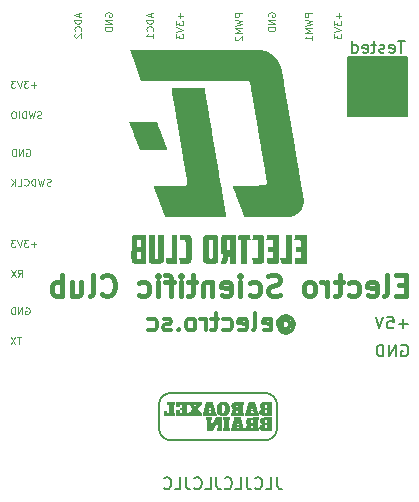
<source format=gbr>
%TF.GenerationSoftware,KiCad,Pcbnew,(6.0.7)*%
%TF.CreationDate,2023-04-20T13:52:41+01:00*%
%TF.ProjectId,BaroAxel_Brain,4261726f-4178-4656-9c5f-427261696e2e,1.0*%
%TF.SameCoordinates,Original*%
%TF.FileFunction,Legend,Bot*%
%TF.FilePolarity,Positive*%
%FSLAX46Y46*%
G04 Gerber Fmt 4.6, Leading zero omitted, Abs format (unit mm)*
G04 Created by KiCad (PCBNEW (6.0.7)) date 2023-04-20 13:52:41*
%MOMM*%
%LPD*%
G01*
G04 APERTURE LIST*
%ADD10C,0.150000*%
%ADD11C,0.400000*%
%ADD12C,0.100000*%
%ADD13C,0.300000*%
G04 APERTURE END LIST*
D10*
X152550000Y-136050000D02*
G75*
G03*
X153550000Y-135050000I0J1000000D01*
G01*
X144550000Y-136050000D02*
X152550000Y-136050000D01*
X153550000Y-133050000D02*
G75*
G03*
X152550000Y-132050000I-1000000J0D01*
G01*
X143550000Y-133050000D02*
X143550000Y-135050000D01*
X144550000Y-132050000D02*
G75*
G03*
X143550000Y-133050000I0J-1000000D01*
G01*
X143550000Y-135050000D02*
G75*
G03*
X144550000Y-136050000I1000000J0D01*
G01*
X152550000Y-132050000D02*
X144550000Y-132050000D01*
X153550000Y-135050000D02*
X153550000Y-133050000D01*
G36*
X164530000Y-108630000D02*
G01*
X159530000Y-108630000D01*
X159530000Y-103630000D01*
X164530000Y-103630000D01*
X164530000Y-108630000D01*
G37*
X164530000Y-108630000D02*
X159530000Y-108630000D01*
X159530000Y-103630000D01*
X164530000Y-103630000D01*
X164530000Y-108630000D01*
D11*
X164507142Y-122921428D02*
X163907142Y-122921428D01*
X163650000Y-123864285D02*
X164507142Y-123864285D01*
X164507142Y-122064285D01*
X163650000Y-122064285D01*
X162621428Y-123864285D02*
X162792857Y-123778571D01*
X162878571Y-123607142D01*
X162878571Y-122064285D01*
X161250000Y-123778571D02*
X161421428Y-123864285D01*
X161764285Y-123864285D01*
X161935714Y-123778571D01*
X162021428Y-123607142D01*
X162021428Y-122921428D01*
X161935714Y-122750000D01*
X161764285Y-122664285D01*
X161421428Y-122664285D01*
X161250000Y-122750000D01*
X161164285Y-122921428D01*
X161164285Y-123092857D01*
X162021428Y-123264285D01*
X159621428Y-123778571D02*
X159792857Y-123864285D01*
X160135714Y-123864285D01*
X160307142Y-123778571D01*
X160392857Y-123692857D01*
X160478571Y-123521428D01*
X160478571Y-123007142D01*
X160392857Y-122835714D01*
X160307142Y-122750000D01*
X160135714Y-122664285D01*
X159792857Y-122664285D01*
X159621428Y-122750000D01*
X159107142Y-122664285D02*
X158421428Y-122664285D01*
X158850000Y-122064285D02*
X158850000Y-123607142D01*
X158764285Y-123778571D01*
X158592857Y-123864285D01*
X158421428Y-123864285D01*
X157821428Y-123864285D02*
X157821428Y-122664285D01*
X157821428Y-123007142D02*
X157735714Y-122835714D01*
X157650000Y-122750000D01*
X157478571Y-122664285D01*
X157307142Y-122664285D01*
X156450000Y-123864285D02*
X156621428Y-123778571D01*
X156707142Y-123692857D01*
X156792857Y-123521428D01*
X156792857Y-123007142D01*
X156707142Y-122835714D01*
X156621428Y-122750000D01*
X156450000Y-122664285D01*
X156192857Y-122664285D01*
X156021428Y-122750000D01*
X155935714Y-122835714D01*
X155850000Y-123007142D01*
X155850000Y-123521428D01*
X155935714Y-123692857D01*
X156021428Y-123778571D01*
X156192857Y-123864285D01*
X156450000Y-123864285D01*
X153792857Y-123778571D02*
X153535714Y-123864285D01*
X153107142Y-123864285D01*
X152935714Y-123778571D01*
X152850000Y-123692857D01*
X152764285Y-123521428D01*
X152764285Y-123350000D01*
X152850000Y-123178571D01*
X152935714Y-123092857D01*
X153107142Y-123007142D01*
X153450000Y-122921428D01*
X153621428Y-122835714D01*
X153707142Y-122750000D01*
X153792857Y-122578571D01*
X153792857Y-122407142D01*
X153707142Y-122235714D01*
X153621428Y-122150000D01*
X153450000Y-122064285D01*
X153021428Y-122064285D01*
X152764285Y-122150000D01*
X151221428Y-123778571D02*
X151392857Y-123864285D01*
X151735714Y-123864285D01*
X151907142Y-123778571D01*
X151992857Y-123692857D01*
X152078571Y-123521428D01*
X152078571Y-123007142D01*
X151992857Y-122835714D01*
X151907142Y-122750000D01*
X151735714Y-122664285D01*
X151392857Y-122664285D01*
X151221428Y-122750000D01*
X150450000Y-123864285D02*
X150450000Y-122664285D01*
X150450000Y-122064285D02*
X150535714Y-122150000D01*
X150450000Y-122235714D01*
X150364285Y-122150000D01*
X150450000Y-122064285D01*
X150450000Y-122235714D01*
X148907142Y-123778571D02*
X149078571Y-123864285D01*
X149421428Y-123864285D01*
X149592857Y-123778571D01*
X149678571Y-123607142D01*
X149678571Y-122921428D01*
X149592857Y-122750000D01*
X149421428Y-122664285D01*
X149078571Y-122664285D01*
X148907142Y-122750000D01*
X148821428Y-122921428D01*
X148821428Y-123092857D01*
X149678571Y-123264285D01*
X148050000Y-122664285D02*
X148050000Y-123864285D01*
X148050000Y-122835714D02*
X147964285Y-122750000D01*
X147792857Y-122664285D01*
X147535714Y-122664285D01*
X147364285Y-122750000D01*
X147278571Y-122921428D01*
X147278571Y-123864285D01*
X146678571Y-122664285D02*
X145992857Y-122664285D01*
X146421428Y-122064285D02*
X146421428Y-123607142D01*
X146335714Y-123778571D01*
X146164285Y-123864285D01*
X145992857Y-123864285D01*
X145392857Y-123864285D02*
X145392857Y-122664285D01*
X145392857Y-122064285D02*
X145478571Y-122150000D01*
X145392857Y-122235714D01*
X145307142Y-122150000D01*
X145392857Y-122064285D01*
X145392857Y-122235714D01*
X144792857Y-122664285D02*
X144107142Y-122664285D01*
X144535714Y-123864285D02*
X144535714Y-122321428D01*
X144450000Y-122150000D01*
X144278571Y-122064285D01*
X144107142Y-122064285D01*
X143507142Y-123864285D02*
X143507142Y-122664285D01*
X143507142Y-122064285D02*
X143592857Y-122150000D01*
X143507142Y-122235714D01*
X143421428Y-122150000D01*
X143507142Y-122064285D01*
X143507142Y-122235714D01*
X141878571Y-123778571D02*
X142050000Y-123864285D01*
X142392857Y-123864285D01*
X142564285Y-123778571D01*
X142650000Y-123692857D01*
X142735714Y-123521428D01*
X142735714Y-123007142D01*
X142650000Y-122835714D01*
X142564285Y-122750000D01*
X142392857Y-122664285D01*
X142050000Y-122664285D01*
X141878571Y-122750000D01*
X138707142Y-123692857D02*
X138792857Y-123778571D01*
X139050000Y-123864285D01*
X139221428Y-123864285D01*
X139478571Y-123778571D01*
X139650000Y-123607142D01*
X139735714Y-123435714D01*
X139821428Y-123092857D01*
X139821428Y-122835714D01*
X139735714Y-122492857D01*
X139650000Y-122321428D01*
X139478571Y-122150000D01*
X139221428Y-122064285D01*
X139050000Y-122064285D01*
X138792857Y-122150000D01*
X138707142Y-122235714D01*
X137678571Y-123864285D02*
X137850000Y-123778571D01*
X137935714Y-123607142D01*
X137935714Y-122064285D01*
X136221428Y-122664285D02*
X136221428Y-123864285D01*
X136992857Y-122664285D02*
X136992857Y-123607142D01*
X136907142Y-123778571D01*
X136735714Y-123864285D01*
X136478571Y-123864285D01*
X136307142Y-123778571D01*
X136221428Y-123692857D01*
X135364285Y-123864285D02*
X135364285Y-122064285D01*
X135364285Y-122750000D02*
X135192857Y-122664285D01*
X134850000Y-122664285D01*
X134678571Y-122750000D01*
X134592857Y-122835714D01*
X134507142Y-123007142D01*
X134507142Y-123521428D01*
X134592857Y-123692857D01*
X134678571Y-123778571D01*
X134850000Y-123864285D01*
X135192857Y-123864285D01*
X135364285Y-123778571D01*
D12*
X152820000Y-100172857D02*
X152791428Y-100115714D01*
X152791428Y-100030000D01*
X152820000Y-99944285D01*
X152877142Y-99887142D01*
X152934285Y-99858571D01*
X153048571Y-99830000D01*
X153134285Y-99830000D01*
X153248571Y-99858571D01*
X153305714Y-99887142D01*
X153362857Y-99944285D01*
X153391428Y-100030000D01*
X153391428Y-100087142D01*
X153362857Y-100172857D01*
X153334285Y-100201428D01*
X153134285Y-100201428D01*
X153134285Y-100087142D01*
X153391428Y-100458571D02*
X152791428Y-100458571D01*
X153391428Y-100801428D01*
X152791428Y-100801428D01*
X153391428Y-101087142D02*
X152791428Y-101087142D01*
X152791428Y-101230000D01*
X152820000Y-101315714D01*
X152877142Y-101372857D01*
X152934285Y-101401428D01*
X153048571Y-101430000D01*
X153134285Y-101430000D01*
X153248571Y-101401428D01*
X153305714Y-101372857D01*
X153362857Y-101315714D01*
X153391428Y-101230000D01*
X153391428Y-101087142D01*
X134377142Y-114472857D02*
X134291428Y-114501428D01*
X134148571Y-114501428D01*
X134091428Y-114472857D01*
X134062857Y-114444285D01*
X134034285Y-114387142D01*
X134034285Y-114330000D01*
X134062857Y-114272857D01*
X134091428Y-114244285D01*
X134148571Y-114215714D01*
X134262857Y-114187142D01*
X134320000Y-114158571D01*
X134348571Y-114130000D01*
X134377142Y-114072857D01*
X134377142Y-114015714D01*
X134348571Y-113958571D01*
X134320000Y-113930000D01*
X134262857Y-113901428D01*
X134120000Y-113901428D01*
X134034285Y-113930000D01*
X133834285Y-113901428D02*
X133691428Y-114501428D01*
X133577142Y-114072857D01*
X133462857Y-114501428D01*
X133320000Y-113901428D01*
X133091428Y-114501428D02*
X133091428Y-113901428D01*
X132948571Y-113901428D01*
X132862857Y-113930000D01*
X132805714Y-113987142D01*
X132777142Y-114044285D01*
X132748571Y-114158571D01*
X132748571Y-114244285D01*
X132777142Y-114358571D01*
X132805714Y-114415714D01*
X132862857Y-114472857D01*
X132948571Y-114501428D01*
X133091428Y-114501428D01*
X132148571Y-114444285D02*
X132177142Y-114472857D01*
X132262857Y-114501428D01*
X132320000Y-114501428D01*
X132405714Y-114472857D01*
X132462857Y-114415714D01*
X132491428Y-114358571D01*
X132520000Y-114244285D01*
X132520000Y-114158571D01*
X132491428Y-114044285D01*
X132462857Y-113987142D01*
X132405714Y-113930000D01*
X132320000Y-113901428D01*
X132262857Y-113901428D01*
X132177142Y-113930000D01*
X132148571Y-113958571D01*
X131605714Y-114501428D02*
X131891428Y-114501428D01*
X131891428Y-113901428D01*
X131405714Y-114501428D02*
X131405714Y-113901428D01*
X131062857Y-114501428D02*
X131320000Y-114158571D01*
X131062857Y-113901428D02*
X131405714Y-114244285D01*
D10*
X164355714Y-102242380D02*
X163784285Y-102242380D01*
X164070000Y-103242380D02*
X164070000Y-102242380D01*
X163070000Y-103194761D02*
X163165238Y-103242380D01*
X163355714Y-103242380D01*
X163450952Y-103194761D01*
X163498571Y-103099523D01*
X163498571Y-102718571D01*
X163450952Y-102623333D01*
X163355714Y-102575714D01*
X163165238Y-102575714D01*
X163070000Y-102623333D01*
X163022380Y-102718571D01*
X163022380Y-102813809D01*
X163498571Y-102909047D01*
X162641428Y-103194761D02*
X162546190Y-103242380D01*
X162355714Y-103242380D01*
X162260476Y-103194761D01*
X162212857Y-103099523D01*
X162212857Y-103051904D01*
X162260476Y-102956666D01*
X162355714Y-102909047D01*
X162498571Y-102909047D01*
X162593809Y-102861428D01*
X162641428Y-102766190D01*
X162641428Y-102718571D01*
X162593809Y-102623333D01*
X162498571Y-102575714D01*
X162355714Y-102575714D01*
X162260476Y-102623333D01*
X161927142Y-102575714D02*
X161546190Y-102575714D01*
X161784285Y-102242380D02*
X161784285Y-103099523D01*
X161736666Y-103194761D01*
X161641428Y-103242380D01*
X161546190Y-103242380D01*
X160831904Y-103194761D02*
X160927142Y-103242380D01*
X161117619Y-103242380D01*
X161212857Y-103194761D01*
X161260476Y-103099523D01*
X161260476Y-102718571D01*
X161212857Y-102623333D01*
X161117619Y-102575714D01*
X160927142Y-102575714D01*
X160831904Y-102623333D01*
X160784285Y-102718571D01*
X160784285Y-102813809D01*
X161260476Y-102909047D01*
X159927142Y-103242380D02*
X159927142Y-102242380D01*
X159927142Y-103194761D02*
X160022380Y-103242380D01*
X160212857Y-103242380D01*
X160308095Y-103194761D01*
X160355714Y-103147142D01*
X160403333Y-103051904D01*
X160403333Y-102766190D01*
X160355714Y-102670952D01*
X160308095Y-102623333D01*
X160212857Y-102575714D01*
X160022380Y-102575714D01*
X159927142Y-102623333D01*
D12*
X133177142Y-105972857D02*
X132720000Y-105972857D01*
X132948571Y-106201428D02*
X132948571Y-105744285D01*
X132491428Y-105601428D02*
X132120000Y-105601428D01*
X132320000Y-105830000D01*
X132234285Y-105830000D01*
X132177142Y-105858571D01*
X132148571Y-105887142D01*
X132120000Y-105944285D01*
X132120000Y-106087142D01*
X132148571Y-106144285D01*
X132177142Y-106172857D01*
X132234285Y-106201428D01*
X132405714Y-106201428D01*
X132462857Y-106172857D01*
X132491428Y-106144285D01*
X131948571Y-105601428D02*
X131748571Y-106201428D01*
X131548571Y-105601428D01*
X131405714Y-105601428D02*
X131034285Y-105601428D01*
X131234285Y-105830000D01*
X131148571Y-105830000D01*
X131091428Y-105858571D01*
X131062857Y-105887142D01*
X131034285Y-105944285D01*
X131034285Y-106087142D01*
X131062857Y-106144285D01*
X131091428Y-106172857D01*
X131148571Y-106201428D01*
X131320000Y-106201428D01*
X131377142Y-106172857D01*
X131405714Y-106144285D01*
D10*
X164081904Y-128000000D02*
X164177142Y-127952380D01*
X164320000Y-127952380D01*
X164462857Y-128000000D01*
X164558095Y-128095238D01*
X164605714Y-128190476D01*
X164653333Y-128380952D01*
X164653333Y-128523809D01*
X164605714Y-128714285D01*
X164558095Y-128809523D01*
X164462857Y-128904761D01*
X164320000Y-128952380D01*
X164224761Y-128952380D01*
X164081904Y-128904761D01*
X164034285Y-128857142D01*
X164034285Y-128523809D01*
X164224761Y-128523809D01*
X163605714Y-128952380D02*
X163605714Y-127952380D01*
X163034285Y-128952380D01*
X163034285Y-127952380D01*
X162558095Y-128952380D02*
X162558095Y-127952380D01*
X162320000Y-127952380D01*
X162177142Y-128000000D01*
X162081904Y-128095238D01*
X162034285Y-128190476D01*
X161986666Y-128380952D01*
X161986666Y-128523809D01*
X162034285Y-128714285D01*
X162081904Y-128809523D01*
X162177142Y-128904761D01*
X162320000Y-128952380D01*
X162558095Y-128952380D01*
D12*
X133591428Y-108772857D02*
X133505714Y-108801428D01*
X133362857Y-108801428D01*
X133305714Y-108772857D01*
X133277142Y-108744285D01*
X133248571Y-108687142D01*
X133248571Y-108630000D01*
X133277142Y-108572857D01*
X133305714Y-108544285D01*
X133362857Y-108515714D01*
X133477142Y-108487142D01*
X133534285Y-108458571D01*
X133562857Y-108430000D01*
X133591428Y-108372857D01*
X133591428Y-108315714D01*
X133562857Y-108258571D01*
X133534285Y-108230000D01*
X133477142Y-108201428D01*
X133334285Y-108201428D01*
X133248571Y-108230000D01*
X133048571Y-108201428D02*
X132905714Y-108801428D01*
X132791428Y-108372857D01*
X132677142Y-108801428D01*
X132534285Y-108201428D01*
X132305714Y-108801428D02*
X132305714Y-108201428D01*
X132162857Y-108201428D01*
X132077142Y-108230000D01*
X132020000Y-108287142D01*
X131991428Y-108344285D01*
X131962857Y-108458571D01*
X131962857Y-108544285D01*
X131991428Y-108658571D01*
X132020000Y-108715714D01*
X132077142Y-108772857D01*
X132162857Y-108801428D01*
X132305714Y-108801428D01*
X131705714Y-108801428D02*
X131705714Y-108201428D01*
X131305714Y-108201428D02*
X131191428Y-108201428D01*
X131134285Y-108230000D01*
X131077142Y-108287142D01*
X131048571Y-108401428D01*
X131048571Y-108601428D01*
X131077142Y-108715714D01*
X131134285Y-108772857D01*
X131191428Y-108801428D01*
X131305714Y-108801428D01*
X131362857Y-108772857D01*
X131420000Y-108715714D01*
X131448571Y-108601428D01*
X131448571Y-108401428D01*
X131420000Y-108287142D01*
X131362857Y-108230000D01*
X131305714Y-108201428D01*
X133177142Y-119472857D02*
X132720000Y-119472857D01*
X132948571Y-119701428D02*
X132948571Y-119244285D01*
X132491428Y-119101428D02*
X132120000Y-119101428D01*
X132320000Y-119330000D01*
X132234285Y-119330000D01*
X132177142Y-119358571D01*
X132148571Y-119387142D01*
X132120000Y-119444285D01*
X132120000Y-119587142D01*
X132148571Y-119644285D01*
X132177142Y-119672857D01*
X132234285Y-119701428D01*
X132405714Y-119701428D01*
X132462857Y-119672857D01*
X132491428Y-119644285D01*
X131948571Y-119101428D02*
X131748571Y-119701428D01*
X131548571Y-119101428D01*
X131405714Y-119101428D02*
X131034285Y-119101428D01*
X131234285Y-119330000D01*
X131148571Y-119330000D01*
X131091428Y-119358571D01*
X131062857Y-119387142D01*
X131034285Y-119444285D01*
X131034285Y-119587142D01*
X131062857Y-119644285D01*
X131091428Y-119672857D01*
X131148571Y-119701428D01*
X131320000Y-119701428D01*
X131377142Y-119672857D01*
X131405714Y-119644285D01*
X132277142Y-124830000D02*
X132334285Y-124801428D01*
X132420000Y-124801428D01*
X132505714Y-124830000D01*
X132562857Y-124887142D01*
X132591428Y-124944285D01*
X132620000Y-125058571D01*
X132620000Y-125144285D01*
X132591428Y-125258571D01*
X132562857Y-125315714D01*
X132505714Y-125372857D01*
X132420000Y-125401428D01*
X132362857Y-125401428D01*
X132277142Y-125372857D01*
X132248571Y-125344285D01*
X132248571Y-125144285D01*
X132362857Y-125144285D01*
X131991428Y-125401428D02*
X131991428Y-124801428D01*
X131648571Y-125401428D01*
X131648571Y-124801428D01*
X131362857Y-125401428D02*
X131362857Y-124801428D01*
X131220000Y-124801428D01*
X131134285Y-124830000D01*
X131077142Y-124887142D01*
X131048571Y-124944285D01*
X131020000Y-125058571D01*
X131020000Y-125144285D01*
X131048571Y-125258571D01*
X131077142Y-125315714D01*
X131134285Y-125372857D01*
X131220000Y-125401428D01*
X131362857Y-125401428D01*
D10*
X164605714Y-126201428D02*
X163843809Y-126201428D01*
X164224761Y-126582380D02*
X164224761Y-125820476D01*
X162891428Y-125582380D02*
X163367619Y-125582380D01*
X163415238Y-126058571D01*
X163367619Y-126010952D01*
X163272380Y-125963333D01*
X163034285Y-125963333D01*
X162939047Y-126010952D01*
X162891428Y-126058571D01*
X162843809Y-126153809D01*
X162843809Y-126391904D01*
X162891428Y-126487142D01*
X162939047Y-126534761D01*
X163034285Y-126582380D01*
X163272380Y-126582380D01*
X163367619Y-126534761D01*
X163415238Y-126487142D01*
X162558095Y-125582380D02*
X162224761Y-126582380D01*
X161891428Y-125582380D01*
D12*
X139020000Y-100172857D02*
X138991428Y-100115714D01*
X138991428Y-100030000D01*
X139020000Y-99944285D01*
X139077142Y-99887142D01*
X139134285Y-99858571D01*
X139248571Y-99830000D01*
X139334285Y-99830000D01*
X139448571Y-99858571D01*
X139505714Y-99887142D01*
X139562857Y-99944285D01*
X139591428Y-100030000D01*
X139591428Y-100087142D01*
X139562857Y-100172857D01*
X139534285Y-100201428D01*
X139334285Y-100201428D01*
X139334285Y-100087142D01*
X139591428Y-100458571D02*
X138991428Y-100458571D01*
X139591428Y-100801428D01*
X138991428Y-100801428D01*
X139591428Y-101087142D02*
X138991428Y-101087142D01*
X138991428Y-101230000D01*
X139020000Y-101315714D01*
X139077142Y-101372857D01*
X139134285Y-101401428D01*
X139248571Y-101430000D01*
X139334285Y-101430000D01*
X139448571Y-101401428D01*
X139505714Y-101372857D01*
X139562857Y-101315714D01*
X139591428Y-101230000D01*
X139591428Y-101087142D01*
X158762857Y-99872857D02*
X158762857Y-100330000D01*
X158991428Y-100101428D02*
X158534285Y-100101428D01*
X158391428Y-100558571D02*
X158391428Y-100930000D01*
X158620000Y-100730000D01*
X158620000Y-100815714D01*
X158648571Y-100872857D01*
X158677142Y-100901428D01*
X158734285Y-100930000D01*
X158877142Y-100930000D01*
X158934285Y-100901428D01*
X158962857Y-100872857D01*
X158991428Y-100815714D01*
X158991428Y-100644285D01*
X158962857Y-100587142D01*
X158934285Y-100558571D01*
X158391428Y-101101428D02*
X158991428Y-101301428D01*
X158391428Y-101501428D01*
X158391428Y-101644285D02*
X158391428Y-102015714D01*
X158620000Y-101815714D01*
X158620000Y-101901428D01*
X158648571Y-101958571D01*
X158677142Y-101987142D01*
X158734285Y-102015714D01*
X158877142Y-102015714D01*
X158934285Y-101987142D01*
X158962857Y-101958571D01*
X158991428Y-101901428D01*
X158991428Y-101730000D01*
X158962857Y-101672857D01*
X158934285Y-101644285D01*
X145362857Y-99872857D02*
X145362857Y-100330000D01*
X145591428Y-100101428D02*
X145134285Y-100101428D01*
X144991428Y-100558571D02*
X144991428Y-100930000D01*
X145220000Y-100730000D01*
X145220000Y-100815714D01*
X145248571Y-100872857D01*
X145277142Y-100901428D01*
X145334285Y-100930000D01*
X145477142Y-100930000D01*
X145534285Y-100901428D01*
X145562857Y-100872857D01*
X145591428Y-100815714D01*
X145591428Y-100644285D01*
X145562857Y-100587142D01*
X145534285Y-100558571D01*
X144991428Y-101101428D02*
X145591428Y-101301428D01*
X144991428Y-101501428D01*
X144991428Y-101644285D02*
X144991428Y-102015714D01*
X145220000Y-101815714D01*
X145220000Y-101901428D01*
X145248571Y-101958571D01*
X145277142Y-101987142D01*
X145334285Y-102015714D01*
X145477142Y-102015714D01*
X145534285Y-101987142D01*
X145562857Y-101958571D01*
X145591428Y-101901428D01*
X145591428Y-101730000D01*
X145562857Y-101672857D01*
X145534285Y-101644285D01*
X136820000Y-99901428D02*
X136820000Y-100187142D01*
X136991428Y-99844285D02*
X136391428Y-100044285D01*
X136991428Y-100244285D01*
X136991428Y-100444285D02*
X136391428Y-100444285D01*
X136391428Y-100587142D01*
X136420000Y-100672857D01*
X136477142Y-100730000D01*
X136534285Y-100758571D01*
X136648571Y-100787142D01*
X136734285Y-100787142D01*
X136848571Y-100758571D01*
X136905714Y-100730000D01*
X136962857Y-100672857D01*
X136991428Y-100587142D01*
X136991428Y-100444285D01*
X136934285Y-101387142D02*
X136962857Y-101358571D01*
X136991428Y-101272857D01*
X136991428Y-101215714D01*
X136962857Y-101130000D01*
X136905714Y-101072857D01*
X136848571Y-101044285D01*
X136734285Y-101015714D01*
X136648571Y-101015714D01*
X136534285Y-101044285D01*
X136477142Y-101072857D01*
X136420000Y-101130000D01*
X136391428Y-101215714D01*
X136391428Y-101272857D01*
X136420000Y-101358571D01*
X136448571Y-101387142D01*
X136448571Y-101615714D02*
X136420000Y-101644285D01*
X136391428Y-101701428D01*
X136391428Y-101844285D01*
X136420000Y-101901428D01*
X136448571Y-101930000D01*
X136505714Y-101958571D01*
X136562857Y-101958571D01*
X136648571Y-101930000D01*
X136991428Y-101587142D01*
X136991428Y-101958571D01*
D13*
X153998571Y-126034285D02*
X154070000Y-125962857D01*
X154212857Y-125891428D01*
X154355714Y-125891428D01*
X154498571Y-125962857D01*
X154570000Y-126034285D01*
X154641428Y-126177142D01*
X154641428Y-126320000D01*
X154570000Y-126462857D01*
X154498571Y-126534285D01*
X154355714Y-126605714D01*
X154212857Y-126605714D01*
X154070000Y-126534285D01*
X153998571Y-126462857D01*
X153998571Y-125891428D02*
X153998571Y-126462857D01*
X153927142Y-126534285D01*
X153855714Y-126534285D01*
X153712857Y-126462857D01*
X153641428Y-126320000D01*
X153641428Y-125962857D01*
X153784285Y-125748571D01*
X153998571Y-125605714D01*
X154284285Y-125534285D01*
X154570000Y-125605714D01*
X154784285Y-125748571D01*
X154927142Y-125962857D01*
X154998571Y-126248571D01*
X154927142Y-126534285D01*
X154784285Y-126748571D01*
X154570000Y-126891428D01*
X154284285Y-126962857D01*
X153998571Y-126891428D01*
X153784285Y-126748571D01*
X152427142Y-126677142D02*
X152570000Y-126748571D01*
X152855714Y-126748571D01*
X152998571Y-126677142D01*
X153070000Y-126534285D01*
X153070000Y-125962857D01*
X152998571Y-125820000D01*
X152855714Y-125748571D01*
X152570000Y-125748571D01*
X152427142Y-125820000D01*
X152355714Y-125962857D01*
X152355714Y-126105714D01*
X153070000Y-126248571D01*
X151498571Y-126748571D02*
X151641428Y-126677142D01*
X151712857Y-126534285D01*
X151712857Y-125248571D01*
X150355714Y-126677142D02*
X150498571Y-126748571D01*
X150784285Y-126748571D01*
X150927142Y-126677142D01*
X150998571Y-126534285D01*
X150998571Y-125962857D01*
X150927142Y-125820000D01*
X150784285Y-125748571D01*
X150498571Y-125748571D01*
X150355714Y-125820000D01*
X150284285Y-125962857D01*
X150284285Y-126105714D01*
X150998571Y-126248571D01*
X148998571Y-126677142D02*
X149141428Y-126748571D01*
X149427142Y-126748571D01*
X149570000Y-126677142D01*
X149641428Y-126605714D01*
X149712857Y-126462857D01*
X149712857Y-126034285D01*
X149641428Y-125891428D01*
X149570000Y-125820000D01*
X149427142Y-125748571D01*
X149141428Y-125748571D01*
X148998571Y-125820000D01*
X148570000Y-125748571D02*
X147998571Y-125748571D01*
X148355714Y-125248571D02*
X148355714Y-126534285D01*
X148284285Y-126677142D01*
X148141428Y-126748571D01*
X147998571Y-126748571D01*
X147498571Y-126748571D02*
X147498571Y-125748571D01*
X147498571Y-126034285D02*
X147427142Y-125891428D01*
X147355714Y-125820000D01*
X147212857Y-125748571D01*
X147070000Y-125748571D01*
X146355714Y-126748571D02*
X146498571Y-126677142D01*
X146570000Y-126605714D01*
X146641428Y-126462857D01*
X146641428Y-126034285D01*
X146570000Y-125891428D01*
X146498571Y-125820000D01*
X146355714Y-125748571D01*
X146141428Y-125748571D01*
X145998571Y-125820000D01*
X145927142Y-125891428D01*
X145855714Y-126034285D01*
X145855714Y-126462857D01*
X145927142Y-126605714D01*
X145998571Y-126677142D01*
X146141428Y-126748571D01*
X146355714Y-126748571D01*
X145212857Y-126605714D02*
X145141428Y-126677142D01*
X145212857Y-126748571D01*
X145284285Y-126677142D01*
X145212857Y-126605714D01*
X145212857Y-126748571D01*
X144570000Y-126677142D02*
X144427142Y-126748571D01*
X144141428Y-126748571D01*
X143998571Y-126677142D01*
X143927142Y-126534285D01*
X143927142Y-126462857D01*
X143998571Y-126320000D01*
X144141428Y-126248571D01*
X144355714Y-126248571D01*
X144498571Y-126177142D01*
X144570000Y-126034285D01*
X144570000Y-125962857D01*
X144498571Y-125820000D01*
X144355714Y-125748571D01*
X144141428Y-125748571D01*
X143998571Y-125820000D01*
X142641428Y-126677142D02*
X142784285Y-126748571D01*
X143070000Y-126748571D01*
X143212857Y-126677142D01*
X143284285Y-126605714D01*
X143355714Y-126462857D01*
X143355714Y-126034285D01*
X143284285Y-125891428D01*
X143212857Y-125820000D01*
X143070000Y-125748571D01*
X142784285Y-125748571D01*
X142641428Y-125820000D01*
D12*
X150591428Y-99901428D02*
X149991428Y-99901428D01*
X149991428Y-100130000D01*
X150020000Y-100187142D01*
X150048571Y-100215714D01*
X150105714Y-100244285D01*
X150191428Y-100244285D01*
X150248571Y-100215714D01*
X150277142Y-100187142D01*
X150305714Y-100130000D01*
X150305714Y-99901428D01*
X149991428Y-100444285D02*
X150591428Y-100587142D01*
X150162857Y-100701428D01*
X150591428Y-100815714D01*
X149991428Y-100958571D01*
X150591428Y-101187142D02*
X149991428Y-101187142D01*
X150420000Y-101387142D01*
X149991428Y-101587142D01*
X150591428Y-101587142D01*
X150048571Y-101844285D02*
X150020000Y-101872857D01*
X149991428Y-101930000D01*
X149991428Y-102072857D01*
X150020000Y-102130000D01*
X150048571Y-102158571D01*
X150105714Y-102187142D01*
X150162857Y-102187142D01*
X150248571Y-102158571D01*
X150591428Y-101815714D01*
X150591428Y-102187142D01*
X131620000Y-122201428D02*
X131820000Y-121915714D01*
X131962857Y-122201428D02*
X131962857Y-121601428D01*
X131734285Y-121601428D01*
X131677142Y-121630000D01*
X131648571Y-121658571D01*
X131620000Y-121715714D01*
X131620000Y-121801428D01*
X131648571Y-121858571D01*
X131677142Y-121887142D01*
X131734285Y-121915714D01*
X131962857Y-121915714D01*
X131420000Y-121601428D02*
X131020000Y-122201428D01*
X131020000Y-121601428D02*
X131420000Y-122201428D01*
X142920000Y-99901428D02*
X142920000Y-100187142D01*
X143091428Y-99844285D02*
X142491428Y-100044285D01*
X143091428Y-100244285D01*
X143091428Y-100444285D02*
X142491428Y-100444285D01*
X142491428Y-100587142D01*
X142520000Y-100672857D01*
X142577142Y-100730000D01*
X142634285Y-100758571D01*
X142748571Y-100787142D01*
X142834285Y-100787142D01*
X142948571Y-100758571D01*
X143005714Y-100730000D01*
X143062857Y-100672857D01*
X143091428Y-100587142D01*
X143091428Y-100444285D01*
X143034285Y-101387142D02*
X143062857Y-101358571D01*
X143091428Y-101272857D01*
X143091428Y-101215714D01*
X143062857Y-101130000D01*
X143005714Y-101072857D01*
X142948571Y-101044285D01*
X142834285Y-101015714D01*
X142748571Y-101015714D01*
X142634285Y-101044285D01*
X142577142Y-101072857D01*
X142520000Y-101130000D01*
X142491428Y-101215714D01*
X142491428Y-101272857D01*
X142520000Y-101358571D01*
X142548571Y-101387142D01*
X143091428Y-101958571D02*
X143091428Y-101615714D01*
X143091428Y-101787142D02*
X142491428Y-101787142D01*
X142577142Y-101730000D01*
X142634285Y-101672857D01*
X142662857Y-101615714D01*
X132327142Y-111430000D02*
X132384285Y-111401428D01*
X132470000Y-111401428D01*
X132555714Y-111430000D01*
X132612857Y-111487142D01*
X132641428Y-111544285D01*
X132670000Y-111658571D01*
X132670000Y-111744285D01*
X132641428Y-111858571D01*
X132612857Y-111915714D01*
X132555714Y-111972857D01*
X132470000Y-112001428D01*
X132412857Y-112001428D01*
X132327142Y-111972857D01*
X132298571Y-111944285D01*
X132298571Y-111744285D01*
X132412857Y-111744285D01*
X132041428Y-112001428D02*
X132041428Y-111401428D01*
X131698571Y-112001428D01*
X131698571Y-111401428D01*
X131412857Y-112001428D02*
X131412857Y-111401428D01*
X131270000Y-111401428D01*
X131184285Y-111430000D01*
X131127142Y-111487142D01*
X131098571Y-111544285D01*
X131070000Y-111658571D01*
X131070000Y-111744285D01*
X131098571Y-111858571D01*
X131127142Y-111915714D01*
X131184285Y-111972857D01*
X131270000Y-112001428D01*
X131412857Y-112001428D01*
X131877142Y-127301428D02*
X131534285Y-127301428D01*
X131705714Y-127901428D02*
X131705714Y-127301428D01*
X131391428Y-127301428D02*
X130991428Y-127901428D01*
X130991428Y-127301428D02*
X131391428Y-127901428D01*
X156491428Y-99901428D02*
X155891428Y-99901428D01*
X155891428Y-100130000D01*
X155920000Y-100187142D01*
X155948571Y-100215714D01*
X156005714Y-100244285D01*
X156091428Y-100244285D01*
X156148571Y-100215714D01*
X156177142Y-100187142D01*
X156205714Y-100130000D01*
X156205714Y-99901428D01*
X155891428Y-100444285D02*
X156491428Y-100587142D01*
X156062857Y-100701428D01*
X156491428Y-100815714D01*
X155891428Y-100958571D01*
X156491428Y-101187142D02*
X155891428Y-101187142D01*
X156320000Y-101387142D01*
X155891428Y-101587142D01*
X156491428Y-101587142D01*
X156491428Y-102187142D02*
X156491428Y-101844285D01*
X156491428Y-102015714D02*
X155891428Y-102015714D01*
X155977142Y-101958571D01*
X156034285Y-101901428D01*
X156062857Y-101844285D01*
D10*
X153549047Y-139192380D02*
X153549047Y-139906666D01*
X153596666Y-140049523D01*
X153691904Y-140144761D01*
X153834761Y-140192380D01*
X153930000Y-140192380D01*
X152596666Y-140192380D02*
X153072857Y-140192380D01*
X153072857Y-139192380D01*
X151691904Y-140097142D02*
X151739523Y-140144761D01*
X151882380Y-140192380D01*
X151977619Y-140192380D01*
X152120476Y-140144761D01*
X152215714Y-140049523D01*
X152263333Y-139954285D01*
X152310952Y-139763809D01*
X152310952Y-139620952D01*
X152263333Y-139430476D01*
X152215714Y-139335238D01*
X152120476Y-139240000D01*
X151977619Y-139192380D01*
X151882380Y-139192380D01*
X151739523Y-139240000D01*
X151691904Y-139287619D01*
X150977619Y-139192380D02*
X150977619Y-139906666D01*
X151025238Y-140049523D01*
X151120476Y-140144761D01*
X151263333Y-140192380D01*
X151358571Y-140192380D01*
X150025238Y-140192380D02*
X150501428Y-140192380D01*
X150501428Y-139192380D01*
X149120476Y-140097142D02*
X149168095Y-140144761D01*
X149310952Y-140192380D01*
X149406190Y-140192380D01*
X149549047Y-140144761D01*
X149644285Y-140049523D01*
X149691904Y-139954285D01*
X149739523Y-139763809D01*
X149739523Y-139620952D01*
X149691904Y-139430476D01*
X149644285Y-139335238D01*
X149549047Y-139240000D01*
X149406190Y-139192380D01*
X149310952Y-139192380D01*
X149168095Y-139240000D01*
X149120476Y-139287619D01*
X148406190Y-139192380D02*
X148406190Y-139906666D01*
X148453809Y-140049523D01*
X148549047Y-140144761D01*
X148691904Y-140192380D01*
X148787142Y-140192380D01*
X147453809Y-140192380D02*
X147930000Y-140192380D01*
X147930000Y-139192380D01*
X146549047Y-140097142D02*
X146596666Y-140144761D01*
X146739523Y-140192380D01*
X146834761Y-140192380D01*
X146977619Y-140144761D01*
X147072857Y-140049523D01*
X147120476Y-139954285D01*
X147168095Y-139763809D01*
X147168095Y-139620952D01*
X147120476Y-139430476D01*
X147072857Y-139335238D01*
X146977619Y-139240000D01*
X146834761Y-139192380D01*
X146739523Y-139192380D01*
X146596666Y-139240000D01*
X146549047Y-139287619D01*
X145834761Y-139192380D02*
X145834761Y-139906666D01*
X145882380Y-140049523D01*
X145977619Y-140144761D01*
X146120476Y-140192380D01*
X146215714Y-140192380D01*
X144882380Y-140192380D02*
X145358571Y-140192380D01*
X145358571Y-139192380D01*
X143977619Y-140097142D02*
X144025238Y-140144761D01*
X144168095Y-140192380D01*
X144263333Y-140192380D01*
X144406190Y-140144761D01*
X144501428Y-140049523D01*
X144549047Y-139954285D01*
X144596666Y-139763809D01*
X144596666Y-139620952D01*
X144549047Y-139430476D01*
X144501428Y-139335238D01*
X144406190Y-139240000D01*
X144263333Y-139192380D01*
X144168095Y-139192380D01*
X144025238Y-139240000D01*
X143977619Y-139287619D01*
%TO.C,G\u002A\u002A\u002A*%
G36*
X148583122Y-119972508D02*
G01*
X148582883Y-120103158D01*
X148582668Y-120221003D01*
X148582444Y-120326749D01*
X148582173Y-120421104D01*
X148581821Y-120504776D01*
X148581353Y-120578472D01*
X148580732Y-120642901D01*
X148579924Y-120698770D01*
X148578893Y-120746786D01*
X148577603Y-120787658D01*
X148576020Y-120822092D01*
X148574107Y-120850798D01*
X148571829Y-120874481D01*
X148569152Y-120893851D01*
X148566038Y-120909614D01*
X148562454Y-120922479D01*
X148558363Y-120933153D01*
X148553730Y-120942343D01*
X148548520Y-120950758D01*
X148542698Y-120959105D01*
X148536227Y-120968091D01*
X148529072Y-120978426D01*
X148497967Y-121016593D01*
X148451539Y-121053714D01*
X148395786Y-121080792D01*
X148331094Y-121097592D01*
X148314857Y-121099255D01*
X148285442Y-121100792D01*
X148245509Y-121102047D01*
X148196801Y-121103026D01*
X148141062Y-121103733D01*
X148080037Y-121104175D01*
X148015470Y-121104356D01*
X147949104Y-121104282D01*
X147882683Y-121103959D01*
X147817952Y-121103393D01*
X147756654Y-121102588D01*
X147700533Y-121101550D01*
X147651334Y-121100284D01*
X147610800Y-121098797D01*
X147580676Y-121097094D01*
X147562705Y-121095179D01*
X147510711Y-121082528D01*
X147454014Y-121058258D01*
X147407255Y-121024426D01*
X147370035Y-120980641D01*
X147341952Y-120926514D01*
X147322607Y-120861656D01*
X147321345Y-120855124D01*
X147319874Y-120845170D01*
X147318555Y-120832750D01*
X147317378Y-120817149D01*
X147316337Y-120797652D01*
X147315423Y-120773545D01*
X147314629Y-120744113D01*
X147313946Y-120708642D01*
X147313367Y-120666417D01*
X147312884Y-120616724D01*
X147312487Y-120558848D01*
X147312171Y-120492075D01*
X147311926Y-120415690D01*
X147311745Y-120328979D01*
X147311620Y-120231228D01*
X147311542Y-120121721D01*
X147311505Y-119999744D01*
X147311499Y-119864583D01*
X147311516Y-119735662D01*
X147311563Y-119613320D01*
X147311646Y-119503484D01*
X147311759Y-119417873D01*
X147814319Y-119417873D01*
X147814323Y-119488666D01*
X147814413Y-119570178D01*
X147814577Y-119663204D01*
X147814802Y-119768539D01*
X147815076Y-119886977D01*
X147816840Y-120639056D01*
X147832649Y-120654884D01*
X147839502Y-120660971D01*
X147847885Y-120665498D01*
X147859958Y-120668464D01*
X147878273Y-120670258D01*
X147905383Y-120671272D01*
X147943839Y-120671895D01*
X147953980Y-120672014D01*
X147994591Y-120672214D01*
X148024162Y-120671593D01*
X148045050Y-120669857D01*
X148059611Y-120666712D01*
X148070202Y-120661864D01*
X148079179Y-120655018D01*
X148079265Y-120654942D01*
X148081161Y-120652610D01*
X148082849Y-120648739D01*
X148084339Y-120642554D01*
X148085645Y-120633284D01*
X148086779Y-120620156D01*
X148087752Y-120602398D01*
X148088577Y-120579237D01*
X148089266Y-120549901D01*
X148089831Y-120513618D01*
X148090283Y-120469615D01*
X148090637Y-120417120D01*
X148090902Y-120355361D01*
X148091092Y-120283565D01*
X148091219Y-120200959D01*
X148091295Y-120106772D01*
X148091331Y-120000231D01*
X148091340Y-119880564D01*
X148091340Y-119116893D01*
X148074283Y-119099835D01*
X148058834Y-119088520D01*
X148030849Y-119081956D01*
X148024587Y-119081761D01*
X148001438Y-119081046D01*
X147971266Y-119080116D01*
X147938956Y-119079123D01*
X147932811Y-119078946D01*
X147896083Y-119078807D01*
X147869964Y-119081228D01*
X147851652Y-119087039D01*
X147838345Y-119097066D01*
X147827240Y-119112139D01*
X147825526Y-119115056D01*
X147823524Y-119119231D01*
X147821758Y-119124585D01*
X147820214Y-119131913D01*
X147818882Y-119142011D01*
X147817749Y-119155672D01*
X147816801Y-119173692D01*
X147816026Y-119196867D01*
X147815413Y-119225990D01*
X147814948Y-119261857D01*
X147814619Y-119305264D01*
X147814413Y-119357004D01*
X147814319Y-119417873D01*
X147311759Y-119417873D01*
X147311775Y-119405440D01*
X147311956Y-119318474D01*
X147312198Y-119241874D01*
X147312510Y-119174925D01*
X147312900Y-119116915D01*
X147313375Y-119067130D01*
X147313944Y-119024857D01*
X147314614Y-118989382D01*
X147315395Y-118959993D01*
X147316295Y-118935974D01*
X147317320Y-118916615D01*
X147318481Y-118901200D01*
X147319784Y-118889016D01*
X147321238Y-118879351D01*
X147322851Y-118871490D01*
X147330019Y-118845120D01*
X147353301Y-118789560D01*
X147385647Y-118744252D01*
X147427584Y-118708700D01*
X147479639Y-118682408D01*
X147542339Y-118664881D01*
X147545658Y-118664289D01*
X147563062Y-118662214D01*
X147588280Y-118660485D01*
X147622182Y-118659084D01*
X147665636Y-118657991D01*
X147719511Y-118657191D01*
X147784676Y-118656663D01*
X147862000Y-118656391D01*
X147952353Y-118656357D01*
X147989466Y-118656396D01*
X148072070Y-118656595D01*
X148142510Y-118657015D01*
X148202022Y-118657749D01*
X148251842Y-118658890D01*
X148293205Y-118660532D01*
X148327347Y-118662767D01*
X148355503Y-118665689D01*
X148378909Y-118669390D01*
X148398801Y-118673965D01*
X148416413Y-118679506D01*
X148432982Y-118686106D01*
X148449743Y-118693859D01*
X148461896Y-118700295D01*
X148503023Y-118731687D01*
X148536796Y-118773509D01*
X148562053Y-118824056D01*
X148577631Y-118881621D01*
X148578689Y-118891907D01*
X148579762Y-118912957D01*
X148580704Y-118944298D01*
X148581516Y-118986258D01*
X148582199Y-119039165D01*
X148582757Y-119103346D01*
X148583190Y-119179130D01*
X148583500Y-119266845D01*
X148583689Y-119366818D01*
X148583760Y-119479378D01*
X148583713Y-119604852D01*
X148583551Y-119743568D01*
X148583303Y-119880564D01*
X148583275Y-119895855D01*
X148583122Y-119972508D01*
G37*
G36*
X151798252Y-118652248D02*
G01*
X151866612Y-118652854D01*
X151947662Y-118653823D01*
X151982868Y-118654287D01*
X152056080Y-118655393D01*
X152117362Y-118656658D01*
X152168094Y-118658241D01*
X152209655Y-118660302D01*
X152243427Y-118662999D01*
X152270788Y-118666494D01*
X152293119Y-118670945D01*
X152311800Y-118676512D01*
X152328210Y-118683355D01*
X152343730Y-118691634D01*
X152359739Y-118701509D01*
X152386118Y-118720700D01*
X152424857Y-118761170D01*
X152454538Y-118811434D01*
X152454918Y-118812260D01*
X152460421Y-118824928D01*
X152464727Y-118837370D01*
X152468066Y-118851603D01*
X152470667Y-118869645D01*
X152472759Y-118893512D01*
X152474571Y-118925221D01*
X152476333Y-118966789D01*
X152478274Y-119020233D01*
X152478592Y-119030636D01*
X152479316Y-119065406D01*
X152479958Y-119112525D01*
X152480516Y-119170893D01*
X152480987Y-119239411D01*
X152481367Y-119316978D01*
X152481653Y-119402495D01*
X152481842Y-119494861D01*
X152481931Y-119592978D01*
X152481916Y-119695744D01*
X152481794Y-119802061D01*
X152481562Y-119910827D01*
X152481217Y-120020944D01*
X152480804Y-120131436D01*
X152480343Y-120245954D01*
X152479885Y-120347995D01*
X152479417Y-120438322D01*
X152478926Y-120517694D01*
X152478401Y-120586872D01*
X152477826Y-120646617D01*
X152477192Y-120697690D01*
X152476483Y-120740850D01*
X152475688Y-120776859D01*
X152474795Y-120806477D01*
X152473789Y-120830465D01*
X152472659Y-120849583D01*
X152471392Y-120864592D01*
X152469976Y-120876253D01*
X152468396Y-120885326D01*
X152466642Y-120892572D01*
X152465578Y-120896302D01*
X152443084Y-120954875D01*
X152412501Y-121002329D01*
X152373208Y-121039257D01*
X152324583Y-121066253D01*
X152266004Y-121083910D01*
X152262906Y-121084513D01*
X152238697Y-121088065D01*
X152205318Y-121091714D01*
X152166760Y-121095064D01*
X152127016Y-121097718D01*
X152116592Y-121098237D01*
X152080016Y-121099529D01*
X152033212Y-121100633D01*
X151978859Y-121101509D01*
X151919635Y-121102122D01*
X151858217Y-121102431D01*
X151797284Y-121102400D01*
X151761898Y-121102266D01*
X151705913Y-121101977D01*
X151661558Y-121101562D01*
X151627355Y-121100933D01*
X151601827Y-121100000D01*
X151583499Y-121098675D01*
X151570894Y-121096869D01*
X151562535Y-121094493D01*
X151556945Y-121091458D01*
X151552648Y-121087675D01*
X151551908Y-121086786D01*
X151546229Y-121074118D01*
X151539008Y-121050646D01*
X151530635Y-121018397D01*
X151521504Y-120979401D01*
X151512007Y-120935686D01*
X151502535Y-120889279D01*
X151493480Y-120842208D01*
X151485235Y-120796503D01*
X151478191Y-120754191D01*
X151472741Y-120717301D01*
X151469277Y-120687860D01*
X151468190Y-120667897D01*
X151469874Y-120659441D01*
X151472226Y-120658785D01*
X151486794Y-120657350D01*
X151512717Y-120656039D01*
X151548227Y-120654904D01*
X151591556Y-120653994D01*
X151640935Y-120653360D01*
X151694596Y-120653052D01*
X151701319Y-120653036D01*
X151766987Y-120652772D01*
X151820273Y-120652185D01*
X151862566Y-120651052D01*
X151895255Y-120649147D01*
X151919728Y-120646248D01*
X151937374Y-120642129D01*
X151949581Y-120636567D01*
X151957739Y-120629336D01*
X151963236Y-120620212D01*
X151967460Y-120608972D01*
X151967903Y-120607406D01*
X151969332Y-120598716D01*
X151970583Y-120584500D01*
X151971662Y-120564059D01*
X151972576Y-120536697D01*
X151973331Y-120501715D01*
X151973933Y-120458417D01*
X151974390Y-120406103D01*
X151974707Y-120344077D01*
X151974892Y-120271641D01*
X151974951Y-120188097D01*
X151974890Y-120092748D01*
X151974716Y-119984895D01*
X151974435Y-119863842D01*
X151972572Y-119145705D01*
X151956750Y-119129877D01*
X151956127Y-119129255D01*
X151951659Y-119125143D01*
X151946408Y-119121835D01*
X151938918Y-119119227D01*
X151927730Y-119117218D01*
X151911389Y-119115707D01*
X151888436Y-119114592D01*
X151857414Y-119113770D01*
X151816865Y-119113141D01*
X151765333Y-119112602D01*
X151701361Y-119112053D01*
X151698506Y-119112029D01*
X151633144Y-119111387D01*
X151580423Y-119110641D01*
X151539133Y-119109731D01*
X151508063Y-119108601D01*
X151486004Y-119107195D01*
X151471746Y-119105454D01*
X151464079Y-119103321D01*
X151461792Y-119100741D01*
X151461842Y-119099951D01*
X151463469Y-119088359D01*
X151467164Y-119065271D01*
X151472621Y-119032501D01*
X151479534Y-118991865D01*
X151487600Y-118945178D01*
X151496511Y-118894256D01*
X151505773Y-118841867D01*
X151514118Y-118795629D01*
X151520889Y-118760003D01*
X151526498Y-118733374D01*
X151531359Y-118714123D01*
X151535886Y-118700632D01*
X151540490Y-118691283D01*
X151545584Y-118684459D01*
X151551583Y-118678541D01*
X151554943Y-118675607D01*
X151563395Y-118669548D01*
X151573677Y-118664530D01*
X151586996Y-118660478D01*
X151604558Y-118657318D01*
X151627571Y-118654974D01*
X151657240Y-118653370D01*
X151694772Y-118652431D01*
X151741374Y-118652082D01*
X151798252Y-118652248D01*
G37*
G36*
X141974145Y-121103503D02*
G01*
X141897444Y-121103160D01*
X141810582Y-121102748D01*
X141735814Y-121102336D01*
X141672123Y-121101893D01*
X141618496Y-121101387D01*
X141573916Y-121100786D01*
X141537369Y-121100058D01*
X141507841Y-121099172D01*
X141484316Y-121098094D01*
X141465778Y-121096794D01*
X141451214Y-121095239D01*
X141439609Y-121093398D01*
X141429946Y-121091238D01*
X141421211Y-121088728D01*
X141412390Y-121085836D01*
X141373820Y-121070417D01*
X141332096Y-121045469D01*
X141298663Y-121013644D01*
X141272747Y-120973681D01*
X141253577Y-120924323D01*
X141240379Y-120864308D01*
X141232382Y-120792379D01*
X141231403Y-120775347D01*
X141230057Y-120741234D01*
X141228746Y-120696472D01*
X141227509Y-120642945D01*
X141227455Y-120640071D01*
X141718755Y-120640071D01*
X141735812Y-120657129D01*
X141737581Y-120658886D01*
X141743946Y-120664490D01*
X141751304Y-120668526D01*
X141761806Y-120671251D01*
X141777603Y-120672921D01*
X141800846Y-120673796D01*
X141833687Y-120674132D01*
X141878275Y-120674186D01*
X142003680Y-120674186D01*
X142003680Y-120104602D01*
X141986787Y-120100362D01*
X141981785Y-120099619D01*
X141963070Y-120098541D01*
X141934807Y-120097965D01*
X141899859Y-120097935D01*
X141861086Y-120098492D01*
X141752278Y-120100862D01*
X141735516Y-120120361D01*
X141718755Y-120139859D01*
X141718755Y-120640071D01*
X141227455Y-120640071D01*
X141226383Y-120582535D01*
X141225408Y-120517126D01*
X141224619Y-120448599D01*
X141224056Y-120378838D01*
X141223823Y-120340285D01*
X141223469Y-120269471D01*
X141223325Y-120210620D01*
X141223424Y-120162425D01*
X141223802Y-120123578D01*
X141224496Y-120092770D01*
X141225539Y-120068694D01*
X141226968Y-120050042D01*
X141228818Y-120035506D01*
X141231123Y-120023779D01*
X141233920Y-120013552D01*
X141236355Y-120006121D01*
X141255849Y-119963888D01*
X141282026Y-119927570D01*
X141312125Y-119901135D01*
X141317733Y-119897334D01*
X141331076Y-119886539D01*
X141336453Y-119879215D01*
X141334951Y-119873910D01*
X141328700Y-119857891D01*
X141318706Y-119834362D01*
X141306181Y-119806247D01*
X141301236Y-119795432D01*
X141290238Y-119771580D01*
X141280919Y-119750872D01*
X141273140Y-119731997D01*
X141266763Y-119713644D01*
X141261649Y-119694502D01*
X141260530Y-119688540D01*
X141722230Y-119688540D01*
X141741728Y-119705330D01*
X141742006Y-119705570D01*
X141749524Y-119711566D01*
X141757487Y-119715906D01*
X141768136Y-119718857D01*
X141783715Y-119720686D01*
X141806466Y-119721661D01*
X141838631Y-119722051D01*
X141882453Y-119722121D01*
X142003680Y-119722121D01*
X142003680Y-119074372D01*
X141893916Y-119076837D01*
X141859623Y-119077774D01*
X141821350Y-119079732D01*
X141793083Y-119083018D01*
X141772544Y-119088287D01*
X141757452Y-119096192D01*
X141745526Y-119107386D01*
X141734488Y-119122522D01*
X141731843Y-119127202D01*
X141729218Y-119134384D01*
X141727114Y-119144589D01*
X141725476Y-119159178D01*
X141724247Y-119179510D01*
X141723369Y-119206943D01*
X141722785Y-119242838D01*
X141722438Y-119288553D01*
X141722272Y-119345448D01*
X141722230Y-119414883D01*
X141722230Y-119688540D01*
X141260530Y-119688540D01*
X141257661Y-119673259D01*
X141254659Y-119648606D01*
X141252506Y-119619231D01*
X141251064Y-119583823D01*
X141250194Y-119541072D01*
X141249758Y-119489666D01*
X141249618Y-119428294D01*
X141249635Y-119355646D01*
X141249671Y-119270411D01*
X141249690Y-119199985D01*
X141249781Y-119125928D01*
X141249981Y-119063614D01*
X141250323Y-119011861D01*
X141250842Y-118969487D01*
X141251572Y-118935307D01*
X141252549Y-118908140D01*
X141253806Y-118886801D01*
X141255378Y-118870108D01*
X141257300Y-118856878D01*
X141259605Y-118845928D01*
X141262329Y-118836074D01*
X141270570Y-118812135D01*
X141296537Y-118761542D01*
X141331143Y-118721560D01*
X141374760Y-118691713D01*
X141375415Y-118691374D01*
X141387573Y-118685249D01*
X141399388Y-118679916D01*
X141411875Y-118675311D01*
X141426054Y-118671372D01*
X141442941Y-118668035D01*
X141463554Y-118665237D01*
X141488909Y-118662916D01*
X141520025Y-118661008D01*
X141557917Y-118659450D01*
X141603605Y-118658179D01*
X141658105Y-118657133D01*
X141722434Y-118656247D01*
X141797609Y-118655460D01*
X141884648Y-118654708D01*
X141984569Y-118653928D01*
X142490137Y-118650065D01*
X142490137Y-121105784D01*
X141974145Y-121103503D01*
G37*
G36*
X145123953Y-119877972D02*
G01*
X145123951Y-119986900D01*
X145123936Y-120130318D01*
X145123904Y-120260866D01*
X145123847Y-120379150D01*
X145123759Y-120485774D01*
X145123635Y-120581343D01*
X145123469Y-120666461D01*
X145123254Y-120741733D01*
X145122985Y-120807764D01*
X145122655Y-120865157D01*
X145122259Y-120914518D01*
X145121790Y-120956452D01*
X145121243Y-120991562D01*
X145120611Y-121020453D01*
X145119889Y-121043731D01*
X145119070Y-121061998D01*
X145118148Y-121075861D01*
X145117118Y-121085923D01*
X145115974Y-121092789D01*
X145114708Y-121097064D01*
X145113316Y-121099352D01*
X145111792Y-121100258D01*
X145102922Y-121100837D01*
X145081376Y-121101412D01*
X145048412Y-121101967D01*
X145005276Y-121102491D01*
X144953213Y-121102972D01*
X144893467Y-121103400D01*
X144827284Y-121103761D01*
X144755908Y-121104046D01*
X144680585Y-121104242D01*
X144668373Y-121104266D01*
X144580588Y-121104428D01*
X144505510Y-121104493D01*
X144442085Y-121104379D01*
X144389256Y-121104004D01*
X144345967Y-121103286D01*
X144311162Y-121102144D01*
X144283786Y-121100495D01*
X144262782Y-121098259D01*
X144247095Y-121095352D01*
X144235669Y-121091694D01*
X144227449Y-121087203D01*
X144221377Y-121081797D01*
X144216399Y-121075393D01*
X144211459Y-121067912D01*
X144209328Y-121063751D01*
X144204094Y-121048342D01*
X144197450Y-121022960D01*
X144189264Y-120986978D01*
X144179403Y-120939773D01*
X144167734Y-120880720D01*
X144154124Y-120809194D01*
X144138440Y-120724569D01*
X144125372Y-120653338D01*
X144348424Y-120653236D01*
X144361710Y-120653229D01*
X144425077Y-120653102D01*
X144476218Y-120652666D01*
X144516545Y-120651698D01*
X144547468Y-120649979D01*
X144570398Y-120647286D01*
X144586745Y-120643397D01*
X144597920Y-120638092D01*
X144605333Y-120631148D01*
X144610396Y-120622345D01*
X144614519Y-120611461D01*
X144615133Y-120608870D01*
X144616316Y-120598520D01*
X144617388Y-120580999D01*
X144618353Y-120555791D01*
X144619215Y-120522378D01*
X144619979Y-120480242D01*
X144620650Y-120428866D01*
X144621233Y-120367732D01*
X144621731Y-120296322D01*
X144622149Y-120214119D01*
X144622492Y-120120605D01*
X144622765Y-120015264D01*
X144622972Y-119897576D01*
X144623117Y-119767024D01*
X144623205Y-119623092D01*
X144623598Y-118658865D01*
X145123953Y-118658865D01*
X145123953Y-119877972D01*
G37*
G36*
X149571559Y-121098099D02*
G01*
X149571559Y-120758311D01*
X149571555Y-120718334D01*
X149571498Y-120646860D01*
X149571338Y-120587324D01*
X149571026Y-120538412D01*
X149570513Y-120498812D01*
X149569750Y-120467208D01*
X149568687Y-120442288D01*
X149567277Y-120422738D01*
X149565470Y-120407245D01*
X149563217Y-120394494D01*
X149560470Y-120383171D01*
X149557179Y-120371964D01*
X149542798Y-120325405D01*
X149512291Y-120366458D01*
X149506282Y-120374776D01*
X149498000Y-120387541D01*
X149490209Y-120401906D01*
X149482279Y-120419548D01*
X149473577Y-120442141D01*
X149463472Y-120471363D01*
X149451332Y-120508888D01*
X149436526Y-120556394D01*
X149418423Y-120615555D01*
X149410197Y-120642568D01*
X149383557Y-120730061D01*
X149360555Y-120805442D01*
X149340843Y-120869623D01*
X149324072Y-120923519D01*
X149309892Y-120968043D01*
X149297955Y-121004109D01*
X149287912Y-121032630D01*
X149279413Y-121054521D01*
X149272111Y-121070695D01*
X149265656Y-121082065D01*
X149259699Y-121089546D01*
X149253891Y-121094052D01*
X149247884Y-121096495D01*
X149241328Y-121097790D01*
X149233875Y-121098850D01*
X149228053Y-121099569D01*
X149206263Y-121101084D01*
X149175047Y-121102298D01*
X149136349Y-121103217D01*
X149092112Y-121103846D01*
X149044281Y-121104192D01*
X148994797Y-121104260D01*
X148945606Y-121104057D01*
X148898651Y-121103587D01*
X148855874Y-121102857D01*
X148819220Y-121101872D01*
X148790633Y-121100639D01*
X148772055Y-121099163D01*
X148765431Y-121097450D01*
X148766510Y-121093128D01*
X148771459Y-121076593D01*
X148780071Y-121048920D01*
X148791960Y-121011318D01*
X148806739Y-120964996D01*
X148824024Y-120911161D01*
X148843427Y-120851023D01*
X148864562Y-120785789D01*
X148887045Y-120716668D01*
X148903394Y-120666462D01*
X148924923Y-120600237D01*
X148944830Y-120538869D01*
X148962730Y-120483553D01*
X148978238Y-120435481D01*
X148990970Y-120395847D01*
X149000541Y-120365844D01*
X149006565Y-120346666D01*
X149008659Y-120339507D01*
X149004116Y-120335992D01*
X148989648Y-120329101D01*
X148968700Y-120320769D01*
X148950205Y-120313570D01*
X148895866Y-120286662D01*
X148854092Y-120255494D01*
X148824195Y-120219465D01*
X148805485Y-120177972D01*
X148804892Y-120174955D01*
X148803446Y-120157970D01*
X148802146Y-120128788D01*
X148800991Y-120088639D01*
X148799981Y-120038755D01*
X148799116Y-119980365D01*
X148798395Y-119914699D01*
X148797817Y-119842989D01*
X148797382Y-119766463D01*
X148797089Y-119686353D01*
X148796939Y-119603889D01*
X148796933Y-119551529D01*
X149285672Y-119551529D01*
X149285695Y-119629504D01*
X149285850Y-119695276D01*
X149286239Y-119749932D01*
X149286966Y-119794557D01*
X149288133Y-119830237D01*
X149289843Y-119858057D01*
X149292200Y-119879105D01*
X149295306Y-119894465D01*
X149299263Y-119905224D01*
X149304176Y-119912468D01*
X149310146Y-119917281D01*
X149317277Y-119920751D01*
X149325672Y-119923963D01*
X149326074Y-119924109D01*
X149341473Y-119926847D01*
X149367157Y-119928707D01*
X149399698Y-119929708D01*
X149435668Y-119929874D01*
X149471639Y-119929224D01*
X149504184Y-119927781D01*
X149529873Y-119925565D01*
X149545279Y-119922598D01*
X149560167Y-119912864D01*
X149568174Y-119893612D01*
X149568575Y-119889322D01*
X149569232Y-119871397D01*
X149569770Y-119841663D01*
X149570182Y-119801476D01*
X149570463Y-119752193D01*
X149570604Y-119695172D01*
X149570601Y-119631768D01*
X149570445Y-119563340D01*
X149570131Y-119491243D01*
X149568085Y-119110953D01*
X149552228Y-119095128D01*
X149551148Y-119094061D01*
X149544117Y-119088120D01*
X149535648Y-119084033D01*
X149523251Y-119081461D01*
X149504433Y-119080061D01*
X149476701Y-119079491D01*
X149437563Y-119079409D01*
X149416739Y-119079545D01*
X149371004Y-119081060D01*
X149336993Y-119084501D01*
X149313191Y-119090178D01*
X149298081Y-119098399D01*
X149290148Y-119109474D01*
X149289664Y-119112991D01*
X149288858Y-119129321D01*
X149288109Y-119157493D01*
X149287434Y-119196197D01*
X149286847Y-119244127D01*
X149286363Y-119299974D01*
X149285997Y-119362430D01*
X149285764Y-119430189D01*
X149285678Y-119501941D01*
X149285672Y-119551529D01*
X148796933Y-119551529D01*
X148796929Y-119520301D01*
X148797061Y-119436819D01*
X148797333Y-119354673D01*
X148797745Y-119275095D01*
X148798297Y-119199313D01*
X148798987Y-119128559D01*
X148799816Y-119064063D01*
X148800783Y-119007054D01*
X148801887Y-118958764D01*
X148803128Y-118920422D01*
X148804505Y-118893260D01*
X148806018Y-118878506D01*
X148807439Y-118871573D01*
X148825697Y-118813729D01*
X148853344Y-118763740D01*
X148889346Y-118723120D01*
X148932664Y-118693383D01*
X148942916Y-118688289D01*
X148955451Y-118682691D01*
X148968699Y-118677857D01*
X148983674Y-118673731D01*
X149001389Y-118670258D01*
X149022859Y-118667379D01*
X149049100Y-118665040D01*
X149081124Y-118663184D01*
X149119946Y-118661755D01*
X149166581Y-118660696D01*
X149222043Y-118659951D01*
X149287347Y-118659464D01*
X149363506Y-118659178D01*
X149451535Y-118659037D01*
X149552448Y-118658986D01*
X150051067Y-118658865D01*
X150051067Y-121098099D01*
X149571559Y-121098099D01*
G37*
G36*
X156048385Y-121105048D02*
G01*
X155571746Y-121105048D01*
X155482034Y-121105017D01*
X155404955Y-121104893D01*
X155339528Y-121104608D01*
X155284767Y-121104098D01*
X155239690Y-121103297D01*
X155203313Y-121102139D01*
X155174651Y-121100557D01*
X155152722Y-121098487D01*
X155136542Y-121095862D01*
X155125127Y-121092616D01*
X155117493Y-121088685D01*
X155112657Y-121084001D01*
X155109635Y-121078500D01*
X155107444Y-121072115D01*
X155105993Y-121065954D01*
X155102217Y-121047267D01*
X155096751Y-121018761D01*
X155089980Y-120982573D01*
X155082288Y-120940837D01*
X155074060Y-120895687D01*
X155065681Y-120849258D01*
X155057535Y-120803686D01*
X155050008Y-120761104D01*
X155043483Y-120723647D01*
X155038346Y-120693451D01*
X155034982Y-120672650D01*
X155033775Y-120663378D01*
X155033981Y-120662482D01*
X155037545Y-120660045D01*
X155046477Y-120658038D01*
X155061996Y-120656405D01*
X155085320Y-120655089D01*
X155117669Y-120654032D01*
X155160260Y-120653179D01*
X155214312Y-120652472D01*
X155281045Y-120651854D01*
X155335389Y-120651397D01*
X155390306Y-120650836D01*
X155433866Y-120650195D01*
X155467466Y-120649388D01*
X155492503Y-120648333D01*
X155510376Y-120646944D01*
X155522481Y-120645138D01*
X155530217Y-120642830D01*
X155534982Y-120639937D01*
X155538172Y-120636374D01*
X155539158Y-120634772D01*
X155541620Y-120627551D01*
X155543602Y-120615393D01*
X155545150Y-120597018D01*
X155546312Y-120571146D01*
X155547134Y-120536497D01*
X155547663Y-120491791D01*
X155547946Y-120435747D01*
X155548030Y-120367085D01*
X155548030Y-120111286D01*
X155144966Y-120111286D01*
X155144966Y-119680424D01*
X155548030Y-119680424D01*
X155548030Y-119405343D01*
X155547989Y-119338693D01*
X155547834Y-119284412D01*
X155547501Y-119241126D01*
X155546924Y-119207459D01*
X155546040Y-119182036D01*
X155544784Y-119163482D01*
X155543092Y-119150422D01*
X155540899Y-119141481D01*
X155538140Y-119135284D01*
X155534751Y-119130456D01*
X155521473Y-119114050D01*
X155264653Y-119110575D01*
X155007832Y-119107100D01*
X155037886Y-118955346D01*
X155040306Y-118943076D01*
X155049667Y-118894802D01*
X155058477Y-118848152D01*
X155066183Y-118806128D01*
X155072233Y-118771727D01*
X155076075Y-118747949D01*
X155081517Y-118717648D01*
X155089579Y-118691330D01*
X155100085Y-118673848D01*
X155115960Y-118655390D01*
X155582173Y-118653509D01*
X156048385Y-118651628D01*
X156048385Y-121105048D01*
G37*
G36*
X145731155Y-118653745D02*
G01*
X145777055Y-118654119D01*
X145850090Y-118654799D01*
X145911182Y-118655522D01*
X145961591Y-118656337D01*
X146002577Y-118657290D01*
X146035402Y-118658431D01*
X146061323Y-118659808D01*
X146081603Y-118661468D01*
X146097501Y-118663461D01*
X146110276Y-118665833D01*
X146121190Y-118668633D01*
X146126040Y-118670077D01*
X146179747Y-118691447D01*
X146223147Y-118720358D01*
X146257458Y-118758123D01*
X146283896Y-118806053D01*
X146303677Y-118865461D01*
X146304842Y-118870292D01*
X146306442Y-118878402D01*
X146307877Y-118888204D01*
X146309157Y-118900417D01*
X146310289Y-118915758D01*
X146311282Y-118934946D01*
X146312143Y-118958698D01*
X146312883Y-118987732D01*
X146313508Y-119022767D01*
X146314028Y-119064520D01*
X146314451Y-119113710D01*
X146314784Y-119171055D01*
X146315038Y-119237272D01*
X146315219Y-119313080D01*
X146315337Y-119399196D01*
X146315400Y-119496339D01*
X146315417Y-119605227D01*
X146315395Y-119726577D01*
X146315343Y-119861108D01*
X146315342Y-119863354D01*
X146315268Y-119998343D01*
X146315171Y-120120162D01*
X146315041Y-120229530D01*
X146314872Y-120327163D01*
X146314653Y-120413778D01*
X146314376Y-120490095D01*
X146314033Y-120556830D01*
X146313616Y-120614701D01*
X146313116Y-120664426D01*
X146312524Y-120706722D01*
X146311833Y-120742307D01*
X146311032Y-120771898D01*
X146310115Y-120796213D01*
X146309072Y-120815971D01*
X146307895Y-120831887D01*
X146306576Y-120844681D01*
X146305105Y-120855070D01*
X146303475Y-120863770D01*
X146293737Y-120902899D01*
X146271600Y-120961739D01*
X146242618Y-121008852D01*
X146206407Y-121044674D01*
X146162584Y-121069646D01*
X146110766Y-121084205D01*
X146109641Y-121084368D01*
X146094619Y-121085427D01*
X146067397Y-121086444D01*
X146029449Y-121087396D01*
X145982250Y-121088257D01*
X145927273Y-121089005D01*
X145865993Y-121089616D01*
X145799884Y-121090066D01*
X145730419Y-121090332D01*
X145381345Y-121091149D01*
X145377610Y-121075513D01*
X145377221Y-121073793D01*
X145374242Y-121059628D01*
X145369032Y-121034208D01*
X145361966Y-120999380D01*
X145353417Y-120956994D01*
X145343760Y-120908897D01*
X145333369Y-120856938D01*
X145292862Y-120654000D01*
X145534845Y-120651932D01*
X145548002Y-120651819D01*
X145609868Y-120651264D01*
X145659558Y-120650705D01*
X145698522Y-120650042D01*
X145728208Y-120649174D01*
X145750066Y-120648002D01*
X145765544Y-120646423D01*
X145776092Y-120644337D01*
X145783160Y-120641645D01*
X145788195Y-120638245D01*
X145792647Y-120634036D01*
X145808468Y-120618209D01*
X145810680Y-120043339D01*
X145810930Y-119966275D01*
X145811101Y-119832049D01*
X145810877Y-119710954D01*
X145810247Y-119602493D01*
X145809202Y-119506166D01*
X145807732Y-119421478D01*
X145805828Y-119347929D01*
X145803481Y-119285024D01*
X145800681Y-119232263D01*
X145797418Y-119189150D01*
X145793682Y-119155186D01*
X145789869Y-119126828D01*
X145621959Y-119118631D01*
X145601335Y-119117654D01*
X145547749Y-119115353D01*
X145494673Y-119113379D01*
X145445449Y-119111840D01*
X145403419Y-119110846D01*
X145371925Y-119110505D01*
X145355545Y-119110495D01*
X145325903Y-119110163D01*
X145307051Y-119109124D01*
X145296809Y-119107044D01*
X145292997Y-119103585D01*
X145293433Y-119098414D01*
X145293788Y-119097049D01*
X145296642Y-119083937D01*
X145301655Y-119059489D01*
X145308464Y-119025524D01*
X145316708Y-118983861D01*
X145326022Y-118936320D01*
X145336045Y-118884720D01*
X145338684Y-118871086D01*
X145348592Y-118820061D01*
X145357709Y-118773361D01*
X145365668Y-118732849D01*
X145372101Y-118700391D01*
X145376641Y-118677851D01*
X145378921Y-118667095D01*
X145382816Y-118651002D01*
X145731155Y-118653745D01*
G37*
G36*
X150688554Y-118653253D02*
G01*
X150765427Y-118653500D01*
X151204285Y-118655390D01*
X151220111Y-118671168D01*
X151223809Y-118675987D01*
X151230556Y-118689191D01*
X151238921Y-118710392D01*
X151249272Y-118740682D01*
X151261974Y-118781155D01*
X151277395Y-118832904D01*
X151295901Y-118897023D01*
X151355865Y-119107100D01*
X151193398Y-119108963D01*
X151030930Y-119110826D01*
X151030930Y-121105048D01*
X150804730Y-121105048D01*
X150789718Y-121105046D01*
X150725618Y-121104927D01*
X150673734Y-121104467D01*
X150632673Y-121103449D01*
X150601044Y-121101658D01*
X150577452Y-121098876D01*
X150560506Y-121094886D01*
X150548813Y-121089473D01*
X150540981Y-121082420D01*
X150535617Y-121073510D01*
X150531328Y-121062526D01*
X150531205Y-121062129D01*
X150530015Y-121052950D01*
X150528937Y-121034190D01*
X150527967Y-121005488D01*
X150527104Y-120966486D01*
X150526343Y-120916822D01*
X150525683Y-120856139D01*
X150525120Y-120784075D01*
X150524651Y-120700271D01*
X150524274Y-120604367D01*
X150523986Y-120496004D01*
X150523783Y-120374822D01*
X150523664Y-120240460D01*
X150523625Y-120092560D01*
X150523625Y-119144690D01*
X150506567Y-119127633D01*
X150500920Y-119122241D01*
X150494677Y-119117927D01*
X150486235Y-119114835D01*
X150473644Y-119112760D01*
X150454954Y-119111499D01*
X150428214Y-119110850D01*
X150391476Y-119110610D01*
X150342788Y-119110575D01*
X150322194Y-119110566D01*
X150278427Y-119110421D01*
X150246221Y-119109983D01*
X150223892Y-119109111D01*
X150209760Y-119107661D01*
X150202142Y-119105490D01*
X150199357Y-119102455D01*
X150199723Y-119098414D01*
X150200577Y-119095389D01*
X150204756Y-119079997D01*
X150211805Y-119053729D01*
X150221264Y-119018310D01*
X150232670Y-118975467D01*
X150245565Y-118926928D01*
X150259486Y-118874419D01*
X150266572Y-118847785D01*
X150280107Y-118797596D01*
X150292489Y-118752557D01*
X150303248Y-118714328D01*
X150311913Y-118684568D01*
X150318014Y-118664938D01*
X150321081Y-118657097D01*
X150321633Y-118656883D01*
X150332271Y-118655975D01*
X150355355Y-118655177D01*
X150389694Y-118654500D01*
X150434097Y-118653953D01*
X150487375Y-118653545D01*
X150548338Y-118653286D01*
X150615794Y-118653185D01*
X150688554Y-118653253D01*
G37*
G36*
X153685634Y-121053644D02*
G01*
X153662044Y-121079398D01*
X153638455Y-121105152D01*
X152751191Y-121101574D01*
X152711544Y-120886143D01*
X152706736Y-120859946D01*
X152697335Y-120808296D01*
X152688930Y-120761540D01*
X152681829Y-120721434D01*
X152676341Y-120689731D01*
X152672775Y-120668185D01*
X152671441Y-120658550D01*
X152671744Y-120656086D01*
X152674053Y-120653377D01*
X152679741Y-120651223D01*
X152690124Y-120649562D01*
X152706516Y-120648329D01*
X152730232Y-120647462D01*
X152762587Y-120646898D01*
X152804897Y-120646573D01*
X152858475Y-120646424D01*
X152924637Y-120646389D01*
X153178290Y-120646389D01*
X153178290Y-120118449D01*
X152778700Y-120114761D01*
X152776862Y-119901067D01*
X152775025Y-119687374D01*
X153178290Y-119687374D01*
X153178290Y-119110575D01*
X152914213Y-119110575D01*
X152848743Y-119110544D01*
X152793291Y-119110408D01*
X152749206Y-119110108D01*
X152715197Y-119109584D01*
X152689976Y-119108778D01*
X152672253Y-119107628D01*
X152660739Y-119106076D01*
X152654145Y-119104063D01*
X152651182Y-119101528D01*
X152650561Y-119098414D01*
X152650846Y-119095811D01*
X152653222Y-119080801D01*
X152657737Y-119054670D01*
X152664073Y-119019186D01*
X152671912Y-118976116D01*
X152680937Y-118927230D01*
X152690829Y-118874296D01*
X152730674Y-118662340D01*
X153682120Y-118662340D01*
X153685634Y-121053644D01*
G37*
G36*
X151075893Y-103005549D02*
G01*
X151217399Y-103005612D01*
X151346376Y-103005723D01*
X151463376Y-103005886D01*
X151568953Y-103006105D01*
X151663661Y-103006384D01*
X151748052Y-103006726D01*
X151822680Y-103007136D01*
X151888099Y-103007616D01*
X151944862Y-103008172D01*
X151993521Y-103008807D01*
X152034631Y-103009524D01*
X152068745Y-103010327D01*
X152096416Y-103011220D01*
X152118198Y-103012208D01*
X152134643Y-103013293D01*
X152146306Y-103014479D01*
X152179423Y-103019053D01*
X152334669Y-103047207D01*
X152484129Y-103085973D01*
X152629431Y-103135969D01*
X152772204Y-103197812D01*
X152914076Y-103272118D01*
X153056676Y-103359504D01*
X153093496Y-103384118D01*
X153222460Y-103478652D01*
X153339869Y-103578907D01*
X153447105Y-103686238D01*
X153545553Y-103801999D01*
X153636596Y-103927546D01*
X153667211Y-103974573D01*
X153750397Y-104119195D01*
X153821581Y-104270656D01*
X153880854Y-104429158D01*
X153928303Y-104594905D01*
X153929412Y-104599469D01*
X153937530Y-104635048D01*
X153946979Y-104679961D01*
X153957831Y-104734608D01*
X153970155Y-104799390D01*
X153984025Y-104874707D01*
X153999510Y-104960960D01*
X154016683Y-105058548D01*
X154035613Y-105167871D01*
X154056373Y-105289331D01*
X154079034Y-105423326D01*
X154103667Y-105570259D01*
X154130343Y-105730528D01*
X154143451Y-105809315D01*
X154161055Y-105914622D01*
X154180363Y-106029656D01*
X154201008Y-106152254D01*
X154222625Y-106280252D01*
X154244846Y-106411486D01*
X154267305Y-106543794D01*
X154289636Y-106675012D01*
X154311473Y-106802975D01*
X154332449Y-106925521D01*
X154352197Y-107040487D01*
X154372888Y-107160701D01*
X154393685Y-107281553D01*
X154412641Y-107391742D01*
X154429999Y-107492701D01*
X154446005Y-107585862D01*
X154460902Y-107672661D01*
X154474936Y-107754529D01*
X154488351Y-107832902D01*
X154501390Y-107909211D01*
X154514300Y-107984890D01*
X154527324Y-108061373D01*
X154540706Y-108140094D01*
X154554692Y-108222485D01*
X154569526Y-108309980D01*
X154585452Y-108404013D01*
X154602714Y-108506017D01*
X154621558Y-108617425D01*
X154642228Y-108739671D01*
X154664968Y-108874188D01*
X154675900Y-108938824D01*
X154696012Y-109057590D01*
X154717310Y-109183180D01*
X154739404Y-109313312D01*
X154761906Y-109445706D01*
X154784429Y-109578080D01*
X154806584Y-109708154D01*
X154827982Y-109833646D01*
X154848236Y-109952276D01*
X154866958Y-110061763D01*
X154883759Y-110159824D01*
X154892662Y-110211802D01*
X154909283Y-110309156D01*
X154927672Y-110417214D01*
X154947512Y-110534088D01*
X154968483Y-110657893D01*
X154990267Y-110786741D01*
X155012545Y-110918745D01*
X155034998Y-111052018D01*
X155057309Y-111184674D01*
X155079158Y-111314826D01*
X155100227Y-111440586D01*
X155120197Y-111560069D01*
X155132865Y-111635949D01*
X155154887Y-111767732D01*
X155175354Y-111890026D01*
X155194531Y-112004377D01*
X155212680Y-112112330D01*
X155230067Y-112215429D01*
X155246955Y-112315220D01*
X155263607Y-112413249D01*
X155280287Y-112511060D01*
X155297259Y-112610199D01*
X155314788Y-112712211D01*
X155333135Y-112818642D01*
X155352566Y-112931035D01*
X155373344Y-113050938D01*
X155395732Y-113179894D01*
X155419996Y-113319450D01*
X155446397Y-113471149D01*
X155448338Y-113482305D01*
X155464081Y-113573284D01*
X155481037Y-113672052D01*
X155498688Y-113775542D01*
X155516515Y-113880685D01*
X155533999Y-113984413D01*
X155550622Y-114083659D01*
X155565863Y-114175354D01*
X155579205Y-114256430D01*
X155583612Y-114283376D01*
X155603047Y-114401946D01*
X155622587Y-114520756D01*
X155642038Y-114638642D01*
X155661206Y-114754441D01*
X155679895Y-114866990D01*
X155697912Y-114975126D01*
X155715062Y-115077685D01*
X155731151Y-115173505D01*
X155745984Y-115261421D01*
X155759368Y-115340272D01*
X155771106Y-115408893D01*
X155781006Y-115466121D01*
X155788872Y-115510794D01*
X155789053Y-115511808D01*
X155797830Y-115561937D01*
X155804312Y-115602323D01*
X155808845Y-115636799D01*
X155811779Y-115669197D01*
X155813462Y-115703349D01*
X155814243Y-115743087D01*
X155814471Y-115792244D01*
X155814319Y-115833449D01*
X155813234Y-115885990D01*
X155810970Y-115929458D01*
X155807357Y-115966742D01*
X155802225Y-116000725D01*
X155782459Y-116095353D01*
X155744398Y-116226587D01*
X155694957Y-116350547D01*
X155633619Y-116468316D01*
X155559868Y-116580974D01*
X155473188Y-116689601D01*
X155402707Y-116763298D01*
X155309527Y-116844164D01*
X155207465Y-116917316D01*
X155098616Y-116981537D01*
X154985079Y-117035606D01*
X154868949Y-117078306D01*
X154752325Y-117108418D01*
X154737199Y-117111425D01*
X154720307Y-117114614D01*
X154703299Y-117117539D01*
X154685546Y-117120215D01*
X154666422Y-117122657D01*
X154645302Y-117124878D01*
X154621558Y-117126892D01*
X154594565Y-117128714D01*
X154563696Y-117130357D01*
X154528324Y-117131837D01*
X154487823Y-117133166D01*
X154441567Y-117134360D01*
X154388929Y-117135432D01*
X154329283Y-117136396D01*
X154262002Y-117137267D01*
X154186460Y-117138058D01*
X154102031Y-117138785D01*
X154008088Y-117139460D01*
X153904005Y-117140098D01*
X153789156Y-117140713D01*
X153662913Y-117141320D01*
X153524650Y-117141932D01*
X153373742Y-117142564D01*
X153209562Y-117143230D01*
X153141982Y-117143501D01*
X152930590Y-117144350D01*
X152732523Y-117145143D01*
X152547343Y-117145878D01*
X152374610Y-117146554D01*
X152213887Y-117147171D01*
X152064734Y-117147727D01*
X151926713Y-117148221D01*
X151799385Y-117148652D01*
X151682311Y-117149019D01*
X151575052Y-117149320D01*
X151477170Y-117149556D01*
X151388226Y-117149724D01*
X151307782Y-117149823D01*
X151235397Y-117149854D01*
X151170635Y-117149813D01*
X151113055Y-117149701D01*
X151062220Y-117149515D01*
X151017691Y-117149256D01*
X150979028Y-117148922D01*
X150945793Y-117148512D01*
X150917547Y-117148025D01*
X150893853Y-117147459D01*
X150874270Y-117146814D01*
X150858360Y-117146088D01*
X150845684Y-117145281D01*
X150835804Y-117144391D01*
X150828282Y-117143418D01*
X150822677Y-117142359D01*
X150818551Y-117141215D01*
X150815467Y-117139984D01*
X150812984Y-117138664D01*
X150810665Y-117137256D01*
X150809229Y-117136360D01*
X150791282Y-117122377D01*
X150778191Y-117107747D01*
X150778085Y-117107575D01*
X150773434Y-117097416D01*
X150764496Y-117075627D01*
X150751790Y-117043545D01*
X150735831Y-117002508D01*
X150717138Y-116953855D01*
X150696226Y-116898925D01*
X150673615Y-116839054D01*
X150649820Y-116775582D01*
X150637894Y-116743688D01*
X150615048Y-116682720D01*
X150587650Y-116609733D01*
X150555927Y-116525330D01*
X150520106Y-116430111D01*
X150480414Y-116324680D01*
X150437078Y-116209637D01*
X150390324Y-116085585D01*
X150340381Y-115953124D01*
X150287473Y-115812858D01*
X150231830Y-115665387D01*
X150173676Y-115511314D01*
X150113240Y-115351239D01*
X150050748Y-115185766D01*
X149986427Y-115015495D01*
X149920504Y-114841029D01*
X149853206Y-114662969D01*
X149788847Y-114492709D01*
X151096140Y-114487686D01*
X151250787Y-114487069D01*
X151417085Y-114486344D01*
X151569961Y-114485605D01*
X151709672Y-114484851D01*
X151836473Y-114484078D01*
X151950622Y-114483285D01*
X152052373Y-114482469D01*
X152141984Y-114481627D01*
X152219709Y-114480757D01*
X152285807Y-114479857D01*
X152340531Y-114478924D01*
X152384139Y-114477956D01*
X152416887Y-114476950D01*
X152439031Y-114475904D01*
X152450827Y-114474815D01*
X152451337Y-114474730D01*
X152510031Y-114459031D01*
X152563389Y-114433226D01*
X152609433Y-114398793D01*
X152646184Y-114357209D01*
X152671664Y-114309952D01*
X152675423Y-114299777D01*
X152683338Y-114273251D01*
X152688502Y-114245289D01*
X152690849Y-114214164D01*
X152690313Y-114178148D01*
X152686829Y-114135517D01*
X152680332Y-114084542D01*
X152670755Y-114023498D01*
X152658034Y-113950657D01*
X152651474Y-113914196D01*
X152640079Y-113850333D01*
X152628147Y-113782781D01*
X152615536Y-113710706D01*
X152602103Y-113633272D01*
X152587706Y-113549643D01*
X152572203Y-113458983D01*
X152555452Y-113360457D01*
X152537310Y-113253228D01*
X152517635Y-113136462D01*
X152496285Y-113009322D01*
X152473117Y-112870974D01*
X152447988Y-112720580D01*
X152420758Y-112557305D01*
X152409212Y-112488096D01*
X152390809Y-112378034D01*
X152371791Y-112264577D01*
X152352479Y-112149625D01*
X152333193Y-112035080D01*
X152314255Y-111922841D01*
X152295985Y-111814809D01*
X152278704Y-111712887D01*
X152262734Y-111618973D01*
X152248394Y-111534970D01*
X152236007Y-111462777D01*
X152234154Y-111452013D01*
X152222769Y-111385640D01*
X152209384Y-111307307D01*
X152194251Y-111218490D01*
X152177618Y-111120666D01*
X152159737Y-111015313D01*
X152140857Y-110903906D01*
X152121229Y-110787922D01*
X152101102Y-110668838D01*
X152080726Y-110548132D01*
X152060353Y-110427279D01*
X152040231Y-110307756D01*
X152020612Y-110191040D01*
X152014305Y-110153497D01*
X151980566Y-109952835D01*
X151944842Y-109740666D01*
X151907446Y-109518821D01*
X151868686Y-109289134D01*
X151828873Y-109053439D01*
X151788317Y-108813567D01*
X151747328Y-108571354D01*
X151706217Y-108328630D01*
X151665293Y-108087231D01*
X151624868Y-107848988D01*
X151585250Y-107615735D01*
X151546750Y-107389306D01*
X151509679Y-107171533D01*
X151495763Y-107089743D01*
X151478295Y-106986873D01*
X151459941Y-106878589D01*
X151441163Y-106767623D01*
X151422420Y-106656704D01*
X151404176Y-106548563D01*
X151386891Y-106445930D01*
X151371027Y-106351537D01*
X151357044Y-106268113D01*
X151345248Y-106198003D01*
X151332933Y-106125639D01*
X151321225Y-106057674D01*
X151310359Y-105995437D01*
X151300573Y-105940260D01*
X151292102Y-105893474D01*
X151285182Y-105856409D01*
X151280050Y-105830396D01*
X151276942Y-105816766D01*
X151261224Y-105771288D01*
X151232507Y-105716455D01*
X151195726Y-105672683D01*
X151150216Y-105639392D01*
X151095313Y-105616004D01*
X151030351Y-105601938D01*
X151024832Y-105601445D01*
X151004284Y-105600596D01*
X150970584Y-105599876D01*
X150923675Y-105599285D01*
X150863499Y-105598821D01*
X150789998Y-105598486D01*
X150703117Y-105598279D01*
X150602796Y-105598201D01*
X150488979Y-105598250D01*
X150361608Y-105598428D01*
X150220626Y-105598734D01*
X150065976Y-105599168D01*
X149897599Y-105599730D01*
X149715439Y-105600420D01*
X149519439Y-105601239D01*
X149433016Y-105601601D01*
X149310216Y-105602081D01*
X149174925Y-105602575D01*
X149027934Y-105603081D01*
X148870035Y-105603596D01*
X148702020Y-105604119D01*
X148524679Y-105604648D01*
X148338804Y-105605181D01*
X148145188Y-105605716D01*
X147944620Y-105606251D01*
X147737894Y-105606784D01*
X147525800Y-105607313D01*
X147309130Y-105607836D01*
X147088676Y-105608351D01*
X146865229Y-105608856D01*
X146639580Y-105609350D01*
X146412521Y-105609830D01*
X146184844Y-105610294D01*
X145957339Y-105610740D01*
X145730800Y-105611166D01*
X145506016Y-105611571D01*
X145283780Y-105611953D01*
X145064883Y-105612308D01*
X142069699Y-105617033D01*
X141582689Y-104325104D01*
X141095679Y-103033174D01*
X141951006Y-103028838D01*
X142011739Y-103028539D01*
X142117202Y-103028053D01*
X142235501Y-103027543D01*
X142366029Y-103027010D01*
X142508177Y-103026457D01*
X142661339Y-103025885D01*
X142824906Y-103025295D01*
X142998271Y-103024689D01*
X143180827Y-103024069D01*
X143371965Y-103023436D01*
X143571079Y-103022792D01*
X143777560Y-103022138D01*
X143990801Y-103021476D01*
X144210194Y-103020807D01*
X144435133Y-103020134D01*
X144665008Y-103019457D01*
X144899213Y-103018779D01*
X145137139Y-103018101D01*
X145378180Y-103017424D01*
X145621728Y-103016750D01*
X145867175Y-103016081D01*
X146113913Y-103015418D01*
X146361335Y-103014763D01*
X146608833Y-103014118D01*
X146855800Y-103013483D01*
X147101628Y-103012862D01*
X147345710Y-103012254D01*
X147587437Y-103011663D01*
X147826203Y-103011088D01*
X148061399Y-103010533D01*
X148292418Y-103009999D01*
X148518653Y-103009486D01*
X148739495Y-103008998D01*
X148954338Y-103008535D01*
X149162573Y-103008099D01*
X149363594Y-103007691D01*
X149556791Y-103007313D01*
X149741559Y-103006968D01*
X149917288Y-103006655D01*
X150083372Y-103006378D01*
X150239203Y-103006137D01*
X150384174Y-103005935D01*
X150517676Y-103005772D01*
X150639102Y-103005650D01*
X150747845Y-103005571D01*
X150843297Y-103005537D01*
X150921304Y-103005531D01*
X151075893Y-103005549D01*
G37*
G36*
X146084301Y-106240321D02*
G01*
X146221045Y-106240374D01*
X146353754Y-106240477D01*
X146481771Y-106240628D01*
X146604439Y-106240825D01*
X146721100Y-106241065D01*
X146831097Y-106241346D01*
X146933771Y-106241664D01*
X147028466Y-106242018D01*
X147114522Y-106242404D01*
X147191284Y-106242821D01*
X147258093Y-106243265D01*
X147314291Y-106243734D01*
X147359221Y-106244225D01*
X147392225Y-106244737D01*
X147412646Y-106245265D01*
X147419825Y-106245809D01*
X147419834Y-106245826D01*
X147421348Y-106253461D01*
X147425093Y-106274384D01*
X147431002Y-106308199D01*
X147439007Y-106354509D01*
X147449043Y-106412916D01*
X147461042Y-106483025D01*
X147474937Y-106564437D01*
X147490662Y-106656756D01*
X147508150Y-106759585D01*
X147527334Y-106872528D01*
X147548147Y-106995186D01*
X147570522Y-107127163D01*
X147594392Y-107268063D01*
X147619692Y-107417487D01*
X147646353Y-107575040D01*
X147674309Y-107740324D01*
X147703493Y-107912942D01*
X147733838Y-108092498D01*
X147765277Y-108278594D01*
X147797745Y-108470833D01*
X147831173Y-108668819D01*
X147865495Y-108872154D01*
X147900644Y-109080441D01*
X147936553Y-109293284D01*
X147973156Y-109510286D01*
X148010385Y-109731049D01*
X148048174Y-109955177D01*
X148086456Y-110182273D01*
X148125164Y-110411939D01*
X148164232Y-110643779D01*
X148203591Y-110877396D01*
X148243177Y-111112393D01*
X148282921Y-111348372D01*
X148322757Y-111584937D01*
X148362618Y-111821692D01*
X148402437Y-112058238D01*
X148442148Y-112294179D01*
X148481683Y-112529119D01*
X148520976Y-112762659D01*
X148559960Y-112994404D01*
X148598568Y-113223955D01*
X148636733Y-113450917D01*
X148674389Y-113674892D01*
X148711468Y-113895484D01*
X148747904Y-114112294D01*
X148783630Y-114324927D01*
X148818579Y-114532986D01*
X148852684Y-114736072D01*
X148885879Y-114933791D01*
X148918096Y-115125743D01*
X148949268Y-115311534D01*
X148979330Y-115490765D01*
X149008214Y-115663039D01*
X149035853Y-115827960D01*
X149062180Y-115985131D01*
X149087129Y-116134154D01*
X149110633Y-116274633D01*
X149132624Y-116406171D01*
X149153036Y-116528371D01*
X149171803Y-116640836D01*
X149188857Y-116743169D01*
X149204132Y-116834972D01*
X149217560Y-116915850D01*
X149229075Y-116985404D01*
X149238611Y-117043239D01*
X149246099Y-117088956D01*
X149251474Y-117122160D01*
X149254668Y-117142453D01*
X149255615Y-117149438D01*
X149250994Y-117149783D01*
X149233149Y-117150235D01*
X149202437Y-117150701D01*
X149159437Y-117151179D01*
X149104726Y-117151667D01*
X149038880Y-117152161D01*
X148962478Y-117152659D01*
X148876095Y-117153159D01*
X148780310Y-117153656D01*
X148675700Y-117154150D01*
X148562841Y-117154637D01*
X148442312Y-117155114D01*
X148314689Y-117155578D01*
X148180549Y-117156028D01*
X148040471Y-117156460D01*
X147895030Y-117156872D01*
X147744805Y-117157260D01*
X147590372Y-117157623D01*
X147432308Y-117157957D01*
X147275884Y-117158270D01*
X147105519Y-117158612D01*
X146934150Y-117158956D01*
X146762709Y-117159302D01*
X146592128Y-117159646D01*
X146423337Y-117159988D01*
X146257269Y-117160324D01*
X146094854Y-117160654D01*
X145937024Y-117160976D01*
X145784711Y-117161287D01*
X145638845Y-117161585D01*
X145500358Y-117161870D01*
X145370182Y-117162138D01*
X145249247Y-117162388D01*
X145138486Y-117162618D01*
X145038829Y-117162826D01*
X144951209Y-117163011D01*
X144876555Y-117163169D01*
X144139226Y-117164747D01*
X144111561Y-117144707D01*
X144104072Y-117138756D01*
X144085562Y-117119853D01*
X144073085Y-117101273D01*
X144068603Y-117090601D01*
X144059384Y-117067434D01*
X144045935Y-117033002D01*
X144028543Y-116988060D01*
X144007495Y-116933369D01*
X143983077Y-116869686D01*
X143955576Y-116797769D01*
X143925278Y-116718375D01*
X143892470Y-116632264D01*
X143857439Y-116540193D01*
X143820471Y-116442920D01*
X143781852Y-116341203D01*
X143741870Y-116235800D01*
X143700810Y-116127469D01*
X143658960Y-116016969D01*
X143616605Y-115905057D01*
X143574034Y-115792491D01*
X143531531Y-115680029D01*
X143489384Y-115568430D01*
X143447879Y-115458452D01*
X143407304Y-115350851D01*
X143367943Y-115246387D01*
X143330085Y-115145818D01*
X143294015Y-115049901D01*
X143260020Y-114959395D01*
X143228387Y-114875057D01*
X143199402Y-114797646D01*
X143173352Y-114727920D01*
X143150524Y-114666636D01*
X143131203Y-114614553D01*
X143115677Y-114572429D01*
X143104233Y-114541021D01*
X143097156Y-114521089D01*
X143094733Y-114513389D01*
X143098594Y-114513131D01*
X143115402Y-114512796D01*
X143144909Y-114512471D01*
X143186426Y-114512158D01*
X143239269Y-114511860D01*
X143302750Y-114511577D01*
X143376183Y-114511313D01*
X143458882Y-114511067D01*
X143550161Y-114510844D01*
X143649332Y-114510643D01*
X143755711Y-114510468D01*
X143868610Y-114510320D01*
X143987343Y-114510200D01*
X144111223Y-114510110D01*
X144239565Y-114510053D01*
X144371682Y-114510030D01*
X144438972Y-114510022D01*
X144618586Y-114509945D01*
X144784315Y-114509788D01*
X144936169Y-114509550D01*
X145074158Y-114509232D01*
X145198292Y-114508833D01*
X145308582Y-114508353D01*
X145405037Y-114507792D01*
X145487668Y-114507151D01*
X145556484Y-114506429D01*
X145611495Y-114505626D01*
X145652712Y-114504741D01*
X145680145Y-114503776D01*
X145693803Y-114502730D01*
X145749298Y-114488837D01*
X145806148Y-114462573D01*
X145855223Y-114426426D01*
X145895381Y-114381702D01*
X145925480Y-114329704D01*
X145944377Y-114271738D01*
X145950930Y-114209107D01*
X145950866Y-114206992D01*
X145949131Y-114189810D01*
X145945229Y-114161044D01*
X145939428Y-114122399D01*
X145931997Y-114075574D01*
X145923205Y-114022275D01*
X145913321Y-113964201D01*
X145902612Y-113903057D01*
X145891924Y-113842636D01*
X145870618Y-113720981D01*
X145847245Y-113586066D01*
X145821795Y-113437832D01*
X145794257Y-113276221D01*
X145764623Y-113101173D01*
X145732881Y-112912629D01*
X145699022Y-112710530D01*
X145663035Y-112494817D01*
X145624911Y-112265431D01*
X145616201Y-112213043D01*
X145597163Y-112099139D01*
X145576472Y-111976059D01*
X145554616Y-111846664D01*
X145532082Y-111713816D01*
X145509356Y-111580376D01*
X145486927Y-111449207D01*
X145465279Y-111323169D01*
X145444901Y-111205124D01*
X145426279Y-111097935D01*
X145417621Y-111048148D01*
X145402036Y-110957969D01*
X145384626Y-110856647D01*
X145365661Y-110745770D01*
X145345409Y-110626923D01*
X145324137Y-110501691D01*
X145302115Y-110371660D01*
X145279611Y-110238416D01*
X145256893Y-110103544D01*
X145234230Y-109968630D01*
X145211890Y-109835260D01*
X145190141Y-109705020D01*
X145169253Y-109579494D01*
X145153529Y-109484849D01*
X145130871Y-109348573D01*
X145109428Y-109219761D01*
X145089001Y-109097238D01*
X145069392Y-108979828D01*
X145050400Y-108866356D01*
X145031827Y-108755646D01*
X145013473Y-108646523D01*
X144995140Y-108537811D01*
X144976629Y-108428334D01*
X144957739Y-108316917D01*
X144938273Y-108202385D01*
X144918030Y-108083562D01*
X144896813Y-107959272D01*
X144874421Y-107828340D01*
X144850656Y-107689590D01*
X144825318Y-107541847D01*
X144798209Y-107383935D01*
X144769129Y-107214679D01*
X144737879Y-107032903D01*
X144731535Y-106995960D01*
X144713900Y-106892690D01*
X144697289Y-106794570D01*
X144681839Y-106702452D01*
X144667689Y-106617192D01*
X144654977Y-106539644D01*
X144643842Y-106470660D01*
X144634421Y-106411095D01*
X144626853Y-106361804D01*
X144621276Y-106323639D01*
X144617828Y-106297455D01*
X144616648Y-106284107D01*
X144616648Y-106240315D01*
X146016539Y-106240315D01*
X146084301Y-106240321D01*
G37*
G36*
X154832243Y-121105048D02*
G01*
X154400716Y-121105048D01*
X154350335Y-121105051D01*
X154266029Y-121105036D01*
X154194058Y-121104917D01*
X154133404Y-121104605D01*
X154083046Y-121104008D01*
X154041965Y-121103037D01*
X154009142Y-121101601D01*
X153983558Y-121099608D01*
X153964193Y-121096969D01*
X153950027Y-121093594D01*
X153940042Y-121089390D01*
X153933218Y-121084269D01*
X153928536Y-121078140D01*
X153924976Y-121070911D01*
X153921518Y-121062493D01*
X153921268Y-121061843D01*
X153917707Y-121048797D01*
X153912103Y-121024248D01*
X153904863Y-120990152D01*
X153896393Y-120948462D01*
X153887098Y-120901135D01*
X153877386Y-120850124D01*
X153841149Y-120656813D01*
X154086518Y-120654988D01*
X154331888Y-120653163D01*
X154331888Y-118658865D01*
X154832243Y-118658865D01*
X154832243Y-121105048D01*
G37*
G36*
X143207567Y-119652380D02*
G01*
X143207730Y-119739692D01*
X143207985Y-119868700D01*
X143208239Y-119984909D01*
X143208502Y-120088996D01*
X143208785Y-120181638D01*
X143209095Y-120263512D01*
X143209444Y-120335296D01*
X143209841Y-120397666D01*
X143210295Y-120451299D01*
X143210815Y-120496873D01*
X143211412Y-120535065D01*
X143212096Y-120566551D01*
X143212874Y-120592010D01*
X143213758Y-120612117D01*
X143214757Y-120627550D01*
X143215880Y-120638986D01*
X143217137Y-120647102D01*
X143218537Y-120652576D01*
X143220091Y-120656084D01*
X143221807Y-120658303D01*
X143223389Y-120659759D01*
X143233335Y-120665353D01*
X143249517Y-120669454D01*
X143274489Y-120672543D01*
X143310805Y-120675103D01*
X143333734Y-120676209D01*
X143377413Y-120676538D01*
X143409949Y-120673608D01*
X143433042Y-120667195D01*
X143448392Y-120657077D01*
X143449497Y-120655551D01*
X143450948Y-120651722D01*
X143452260Y-120645348D01*
X143453442Y-120635764D01*
X143454502Y-120622299D01*
X143455449Y-120604287D01*
X143456291Y-120581059D01*
X143457037Y-120551947D01*
X143457696Y-120516285D01*
X143458276Y-120473402D01*
X143458786Y-120422633D01*
X143459235Y-120363308D01*
X143459631Y-120294760D01*
X143459983Y-120216321D01*
X143460299Y-120127322D01*
X143460589Y-120027097D01*
X143460860Y-119914977D01*
X143461122Y-119790293D01*
X143461383Y-119652379D01*
X143463191Y-118658865D01*
X143970355Y-118658865D01*
X143970355Y-119731269D01*
X143970350Y-119786751D01*
X143970272Y-119950377D01*
X143970098Y-120100156D01*
X143969829Y-120236127D01*
X143969463Y-120358328D01*
X143969002Y-120466799D01*
X143968443Y-120561578D01*
X143967788Y-120642705D01*
X143967036Y-120710217D01*
X143966186Y-120764155D01*
X143965239Y-120804557D01*
X143964195Y-120831461D01*
X143963052Y-120844907D01*
X143950745Y-120899601D01*
X143928969Y-120959328D01*
X143900275Y-121007324D01*
X143864399Y-121043913D01*
X143821079Y-121069423D01*
X143770052Y-121084178D01*
X143758728Y-121085729D01*
X143731140Y-121088346D01*
X143693882Y-121091036D01*
X143649537Y-121093639D01*
X143600688Y-121095992D01*
X143549918Y-121097934D01*
X143518155Y-121098913D01*
X143442266Y-121100709D01*
X143365826Y-121101821D01*
X143290440Y-121102273D01*
X143217712Y-121102087D01*
X143149248Y-121101287D01*
X143086652Y-121099896D01*
X143031528Y-121097938D01*
X142985481Y-121095436D01*
X142950116Y-121092413D01*
X142927037Y-121088892D01*
X142865904Y-121069719D01*
X142815593Y-121042341D01*
X142775452Y-121006088D01*
X142744707Y-120960260D01*
X142722585Y-120904159D01*
X142721152Y-120899175D01*
X142718137Y-120887640D01*
X142715402Y-120875122D01*
X142712933Y-120860940D01*
X142710718Y-120844415D01*
X142708743Y-120824867D01*
X142706993Y-120801616D01*
X142705457Y-120773983D01*
X142704118Y-120741287D01*
X142702966Y-120702850D01*
X142701984Y-120657991D01*
X142701161Y-120606030D01*
X142700482Y-120546289D01*
X142699934Y-120478086D01*
X142699503Y-120400743D01*
X142699176Y-120313580D01*
X142698939Y-120215916D01*
X142698778Y-120107073D01*
X142698680Y-119986370D01*
X142698631Y-119853128D01*
X142698618Y-119706667D01*
X142698618Y-118658865D01*
X143205737Y-118658865D01*
X143207567Y-119652380D01*
G37*
G36*
X142998886Y-109090717D02*
G01*
X143083113Y-109090763D01*
X143158480Y-109090838D01*
X143224266Y-109090942D01*
X143279753Y-109091076D01*
X143324220Y-109091238D01*
X143356947Y-109091429D01*
X143377216Y-109091647D01*
X143384305Y-109091893D01*
X143385427Y-109094609D01*
X143391053Y-109109119D01*
X143401182Y-109135577D01*
X143415568Y-109173334D01*
X143433966Y-109221741D01*
X143456130Y-109280149D01*
X143481815Y-109347909D01*
X143510774Y-109424373D01*
X143542763Y-109508892D01*
X143577535Y-109600817D01*
X143614846Y-109699500D01*
X143654449Y-109804292D01*
X143696099Y-109914544D01*
X143739551Y-110029607D01*
X143784559Y-110148832D01*
X143830877Y-110271572D01*
X143859613Y-110347733D01*
X143905219Y-110468602D01*
X143949384Y-110585648D01*
X143991861Y-110698216D01*
X144032402Y-110805650D01*
X144070760Y-110907293D01*
X144106687Y-111002491D01*
X144139936Y-111090587D01*
X144170259Y-111170926D01*
X144197409Y-111242851D01*
X144221138Y-111305708D01*
X144241198Y-111358839D01*
X144257343Y-111401589D01*
X144269323Y-111433303D01*
X144276893Y-111453325D01*
X144279805Y-111460998D01*
X144280142Y-111462279D01*
X144279489Y-111464331D01*
X144276474Y-111466116D01*
X144270211Y-111467656D01*
X144259811Y-111468975D01*
X144244388Y-111470094D01*
X144223053Y-111471037D01*
X144194919Y-111471826D01*
X144159099Y-111472484D01*
X144114705Y-111473033D01*
X144060850Y-111473496D01*
X143996646Y-111473895D01*
X143921206Y-111474254D01*
X143833642Y-111474594D01*
X143733066Y-111474939D01*
X143729312Y-111474952D01*
X143546828Y-111475555D01*
X143377716Y-111476113D01*
X143221457Y-111476624D01*
X143077533Y-111477084D01*
X142945428Y-111477491D01*
X142824624Y-111477844D01*
X142714603Y-111478139D01*
X142614848Y-111478374D01*
X142524841Y-111478547D01*
X142444065Y-111478656D01*
X142372001Y-111478697D01*
X142308134Y-111478670D01*
X142251944Y-111478570D01*
X142202915Y-111478397D01*
X142160529Y-111478147D01*
X142124269Y-111477818D01*
X142093616Y-111477409D01*
X142068054Y-111476915D01*
X142047065Y-111476335D01*
X142030131Y-111475667D01*
X142016735Y-111474909D01*
X142006360Y-111474057D01*
X141998487Y-111473109D01*
X141992599Y-111472064D01*
X141988179Y-111470918D01*
X141984709Y-111469670D01*
X141981672Y-111468317D01*
X141978550Y-111466856D01*
X141973428Y-111464303D01*
X141950328Y-111448511D01*
X141931679Y-111429917D01*
X141928769Y-111425141D01*
X141919932Y-111406769D01*
X141907098Y-111377121D01*
X141890736Y-111337371D01*
X141871319Y-111288691D01*
X141849317Y-111232255D01*
X141825202Y-111169234D01*
X141799445Y-111100802D01*
X141783768Y-111058871D01*
X141761682Y-110999889D01*
X141735622Y-110930376D01*
X141706085Y-110851651D01*
X141673567Y-110765034D01*
X141638563Y-110671845D01*
X141601570Y-110573402D01*
X141563082Y-110471026D01*
X141523596Y-110366036D01*
X141483608Y-110259751D01*
X141443613Y-110153492D01*
X141404108Y-110048578D01*
X141394305Y-110022549D01*
X141356891Y-109923163D01*
X141320378Y-109826109D01*
X141285130Y-109732358D01*
X141251511Y-109642878D01*
X141219885Y-109558641D01*
X141190615Y-109480617D01*
X141164066Y-109409776D01*
X141140601Y-109347088D01*
X141120584Y-109293524D01*
X141104379Y-109250054D01*
X141092350Y-109217649D01*
X141084861Y-109197278D01*
X141046985Y-109093037D01*
X142214460Y-109091280D01*
X142221664Y-109091269D01*
X142347761Y-109091095D01*
X142470036Y-109090953D01*
X142587768Y-109090843D01*
X142700240Y-109090765D01*
X142806729Y-109090718D01*
X142906518Y-109090702D01*
X142998886Y-109090717D01*
G37*
G36*
X148314252Y-133538437D02*
G01*
X148332317Y-133601049D01*
X148346817Y-133648846D01*
X148358437Y-133683861D01*
X148367862Y-133708125D01*
X148375776Y-133723669D01*
X148382863Y-133732527D01*
X148389809Y-133736729D01*
X148397298Y-133738308D01*
X148404337Y-133739250D01*
X148415305Y-133742999D01*
X148422260Y-133752734D01*
X148426382Y-133772771D01*
X148428850Y-133807425D01*
X148430846Y-133861012D01*
X148434826Y-133980220D01*
X147910348Y-133980220D01*
X147910348Y-133735989D01*
X148005977Y-133735989D01*
X147998247Y-133692377D01*
X147994113Y-133668836D01*
X147987158Y-133637863D01*
X147976791Y-133619709D01*
X147958054Y-133610963D01*
X147925989Y-133608217D01*
X147875638Y-133608059D01*
X147772715Y-133608059D01*
X147760121Y-133666782D01*
X147755499Y-133688700D01*
X147749767Y-133717329D01*
X147747527Y-133730747D01*
X147748705Y-133731918D01*
X147764902Y-133734825D01*
X147794047Y-133735989D01*
X147840568Y-133735989D01*
X147840568Y-133980220D01*
X147247436Y-133980220D01*
X147247436Y-133737534D01*
X147279418Y-133733854D01*
X147279982Y-133733789D01*
X147287889Y-133732422D01*
X147295015Y-133728952D01*
X147302055Y-133721347D01*
X147309701Y-133707572D01*
X147318647Y-133685597D01*
X147329587Y-133653386D01*
X147343214Y-133608909D01*
X147360222Y-133550132D01*
X147381304Y-133475023D01*
X147387490Y-133452653D01*
X147805677Y-133452653D01*
X147813362Y-133454570D01*
X147838648Y-133456230D01*
X147875458Y-133456868D01*
X147906471Y-133456029D01*
X147935659Y-133451377D01*
X147944753Y-133442331D01*
X147942290Y-133423061D01*
X147935923Y-133387811D01*
X147926856Y-133342567D01*
X147916282Y-133292801D01*
X147905393Y-133243981D01*
X147895381Y-133201580D01*
X147887439Y-133171067D01*
X147882760Y-133157913D01*
X147881589Y-133156874D01*
X147869729Y-133156339D01*
X147868579Y-133159208D01*
X147863160Y-133179739D01*
X147854759Y-133215447D01*
X147844519Y-133261050D01*
X147833580Y-133311267D01*
X147823085Y-133360817D01*
X147814175Y-133404419D01*
X147807992Y-133436791D01*
X147805677Y-133452653D01*
X147387490Y-133452653D01*
X147407153Y-133381548D01*
X147438464Y-133267675D01*
X147565528Y-132805175D01*
X147839458Y-132808288D01*
X148113387Y-132811401D01*
X148240558Y-133273107D01*
X148264691Y-133360641D01*
X148287325Y-133442331D01*
X148291938Y-133458978D01*
X148314252Y-133538437D01*
G37*
G36*
X144909798Y-133049817D02*
G01*
X144828388Y-133049817D01*
X144828388Y-133735989D01*
X144909798Y-133735989D01*
X144909798Y-133980220D01*
X143979395Y-133980220D01*
X143979395Y-133596429D01*
X144270146Y-133596429D01*
X144270146Y-133735989D01*
X144409707Y-133735989D01*
X144409707Y-133049817D01*
X144270146Y-133049817D01*
X144270146Y-132805586D01*
X144909798Y-132805586D01*
X144909798Y-133049817D01*
G37*
G36*
X149573500Y-133431222D02*
G01*
X149564958Y-133528807D01*
X149549269Y-133620672D01*
X149526985Y-133701189D01*
X149498658Y-133764731D01*
X149479905Y-133793715D01*
X149415410Y-133864997D01*
X149333686Y-133922757D01*
X149236802Y-133965728D01*
X149126825Y-133992641D01*
X149120934Y-133993518D01*
X149061490Y-133997983D01*
X148990258Y-133997650D01*
X148915961Y-133993032D01*
X148847319Y-133984642D01*
X148793053Y-133972995D01*
X148696555Y-133936041D01*
X148612587Y-133884235D01*
X148545230Y-133818077D01*
X148493952Y-133736717D01*
X148472744Y-133678896D01*
X148898901Y-133678896D01*
X148927447Y-133707443D01*
X148945771Y-133721372D01*
X148988661Y-133735377D01*
X149034748Y-133732974D01*
X149074970Y-133713775D01*
X149078527Y-133710861D01*
X149086383Y-133703189D01*
X149092355Y-133693110D01*
X149096753Y-133677645D01*
X149099886Y-133653815D01*
X149102062Y-133618643D01*
X149103592Y-133569148D01*
X149104783Y-133502352D01*
X149105945Y-133415277D01*
X149106677Y-133329348D01*
X149106296Y-133241315D01*
X149104440Y-133175346D01*
X149101090Y-133130800D01*
X149096224Y-133107033D01*
X149093181Y-133100592D01*
X149065200Y-133070592D01*
X149023775Y-133054437D01*
X148975024Y-133054766D01*
X148955631Y-133058984D01*
X148937517Y-133065981D01*
X148923733Y-133077728D01*
X148913688Y-133096868D01*
X148906791Y-133126046D01*
X148902455Y-133167905D01*
X148900087Y-133225091D01*
X148899099Y-133300248D01*
X148898901Y-133396020D01*
X148898901Y-133678896D01*
X148472744Y-133678896D01*
X148458222Y-133639302D01*
X148437509Y-133524981D01*
X148431282Y-133392903D01*
X148431305Y-133389482D01*
X148436728Y-133271891D01*
X148451676Y-133172556D01*
X148477138Y-133088175D01*
X148514102Y-133015446D01*
X148563558Y-132951067D01*
X148567916Y-132946378D01*
X148640448Y-132885050D01*
X148727704Y-132836969D01*
X148823658Y-132805507D01*
X148825026Y-132805206D01*
X148873519Y-132798270D01*
X148936650Y-132794212D01*
X149006874Y-132793013D01*
X149076644Y-132794655D01*
X149138414Y-132799120D01*
X149184638Y-132806389D01*
X149215353Y-132814574D01*
X149316311Y-132854806D01*
X149400883Y-132911545D01*
X149469030Y-132984753D01*
X149520718Y-133074395D01*
X149555909Y-133180432D01*
X149566942Y-133241403D01*
X149574009Y-133329348D01*
X149574346Y-133333545D01*
X149573500Y-133431222D01*
G37*
G36*
X153167124Y-135050183D02*
G01*
X153167124Y-135296449D01*
X152757165Y-135291597D01*
X152706549Y-135290977D01*
X152596572Y-135289336D01*
X152506108Y-135287253D01*
X152432488Y-135284364D01*
X152373046Y-135280309D01*
X152325112Y-135274724D01*
X152286019Y-135267247D01*
X152253098Y-135257517D01*
X152223681Y-135245172D01*
X152195100Y-135229848D01*
X152164687Y-135211185D01*
X152119953Y-135175598D01*
X152083642Y-135124676D01*
X152063099Y-135060665D01*
X152056849Y-134980403D01*
X152057338Y-134958847D01*
X152063011Y-134916438D01*
X152492582Y-134916438D01*
X152493039Y-134946638D01*
X152496523Y-134979872D01*
X152505199Y-135002340D01*
X152521129Y-135021637D01*
X152537476Y-135035470D01*
X152565586Y-135047061D01*
X152606416Y-135050183D01*
X152625471Y-135049752D01*
X152655622Y-135046959D01*
X152670909Y-135042430D01*
X152673470Y-135032767D01*
X152676157Y-135003738D01*
X152677987Y-134960669D01*
X152678663Y-134908685D01*
X152678663Y-134782693D01*
X152614169Y-134782693D01*
X152610274Y-134782702D01*
X152570061Y-134785134D01*
X152543310Y-134793737D01*
X152521129Y-134811239D01*
X152510052Y-134823542D01*
X152498973Y-134843976D01*
X152493836Y-134872410D01*
X152492582Y-134916438D01*
X152063011Y-134916438D01*
X152066613Y-134889516D01*
X152089432Y-134834901D01*
X152128168Y-134792125D01*
X152185196Y-134758309D01*
X152262889Y-134730576D01*
X152292989Y-134720978D01*
X152319538Y-134710268D01*
X152329762Y-134702869D01*
X152327687Y-134699924D01*
X152309903Y-134690868D01*
X152279851Y-134681128D01*
X152227775Y-134658030D01*
X152175574Y-134619164D01*
X152131343Y-134571395D01*
X152102509Y-134521414D01*
X152100496Y-134515925D01*
X152093595Y-134483539D01*
X152504212Y-134483539D01*
X152504382Y-134496584D01*
X152509776Y-134549044D01*
X152522317Y-134582394D01*
X152527661Y-134589309D01*
X152543551Y-134601221D01*
X152568492Y-134606835D01*
X152609542Y-134608242D01*
X152678663Y-134608242D01*
X152678663Y-134364011D01*
X152614698Y-134364011D01*
X152589125Y-134364791D01*
X152547141Y-134373104D01*
X152521143Y-134393341D01*
X152507908Y-134428991D01*
X152504212Y-134483539D01*
X152093595Y-134483539D01*
X152086427Y-134449897D01*
X152086663Y-134379279D01*
X152100447Y-134312237D01*
X152127023Y-134256935D01*
X152140148Y-134240062D01*
X152195139Y-134191828D01*
X152265950Y-134154984D01*
X152347982Y-134132129D01*
X152354383Y-134131188D01*
X152390660Y-134128079D01*
X152446009Y-134125332D01*
X152517174Y-134123039D01*
X152600900Y-134121289D01*
X152693930Y-134120173D01*
X152793008Y-134119781D01*
X153167124Y-134119781D01*
X153167124Y-134364011D01*
X153097344Y-134364011D01*
X153097344Y-135050183D01*
X153167124Y-135050183D01*
G37*
G36*
X152015751Y-133735989D02*
G01*
X152015751Y-133980220D01*
X151492399Y-133980220D01*
X151492399Y-133735989D01*
X151588028Y-133735989D01*
X151580299Y-133692377D01*
X151576165Y-133668836D01*
X151569209Y-133637863D01*
X151558842Y-133619709D01*
X151540105Y-133610963D01*
X151508041Y-133608217D01*
X151457689Y-133608059D01*
X151354766Y-133608059D01*
X151342172Y-133666782D01*
X151337550Y-133688700D01*
X151331818Y-133717329D01*
X151329579Y-133730747D01*
X151330756Y-133731918D01*
X151346953Y-133734825D01*
X151376099Y-133735989D01*
X151422619Y-133735989D01*
X151422619Y-133980220D01*
X150829487Y-133980220D01*
X150829487Y-133737534D01*
X150861470Y-133733854D01*
X150862022Y-133733790D01*
X150869931Y-133732423D01*
X150877061Y-133728950D01*
X150884108Y-133721342D01*
X150891765Y-133707564D01*
X150900728Y-133685585D01*
X150911690Y-133653372D01*
X150925348Y-133608893D01*
X150942396Y-133550117D01*
X150963528Y-133475010D01*
X150971579Y-133445968D01*
X151389563Y-133445968D01*
X151396735Y-133453344D01*
X151417323Y-133456317D01*
X151456248Y-133456868D01*
X151489187Y-133455681D01*
X151516714Y-133451935D01*
X151527289Y-133446519D01*
X151527255Y-133445840D01*
X151524579Y-133428807D01*
X151518432Y-133395365D01*
X151509934Y-133351189D01*
X151500205Y-133301955D01*
X151490363Y-133253338D01*
X151481531Y-133211013D01*
X151474826Y-133180655D01*
X151467313Y-133159430D01*
X151458778Y-133157703D01*
X151448850Y-133176587D01*
X151437097Y-133216912D01*
X151423082Y-133279510D01*
X151414558Y-133320618D01*
X151404201Y-133370130D01*
X151396005Y-133408818D01*
X151391230Y-133430701D01*
X151390888Y-133432210D01*
X151389563Y-133445968D01*
X150971579Y-133445968D01*
X150989439Y-133381540D01*
X151020823Y-133267675D01*
X151148194Y-132805176D01*
X151422028Y-132808289D01*
X151695862Y-132811401D01*
X151870815Y-133446519D01*
X151950554Y-133735989D01*
X152015751Y-133735989D01*
G37*
G36*
X150689825Y-134859013D02*
G01*
X150708893Y-134926465D01*
X150723938Y-134979112D01*
X150734242Y-135014414D01*
X150739088Y-135029831D01*
X150750155Y-135042558D01*
X150776787Y-135050183D01*
X150806227Y-135050183D01*
X150806227Y-135164545D01*
X150805929Y-135195770D01*
X150804327Y-135240337D01*
X150801650Y-135272520D01*
X150798253Y-135286882D01*
X150795709Y-135287771D01*
X150774358Y-135289789D01*
X150734564Y-135291259D01*
X150679823Y-135292116D01*
X150613632Y-135292294D01*
X150539484Y-135291728D01*
X150288690Y-135288599D01*
X150285376Y-135169391D01*
X150282061Y-135050183D01*
X150378504Y-135050183D01*
X150370775Y-135006571D01*
X150366641Y-134983030D01*
X150359685Y-134952057D01*
X150349318Y-134933903D01*
X150330582Y-134925157D01*
X150298517Y-134922411D01*
X150248165Y-134922253D01*
X150145242Y-134922253D01*
X150132648Y-134980976D01*
X150128027Y-135002894D01*
X150122294Y-135031524D01*
X150120055Y-135044941D01*
X150121306Y-135046142D01*
X150137686Y-135049029D01*
X150166982Y-135050183D01*
X150213909Y-135050183D01*
X150210594Y-135169391D01*
X150207280Y-135288599D01*
X149913622Y-135291706D01*
X149619963Y-135294814D01*
X149619963Y-135051728D01*
X149651033Y-135048048D01*
X149651428Y-135048003D01*
X149658096Y-135047392D01*
X149663993Y-135046066D01*
X149669655Y-135042357D01*
X149675619Y-135034595D01*
X149682420Y-135021109D01*
X149690595Y-135000231D01*
X149700679Y-134970290D01*
X149713209Y-134929618D01*
X149728720Y-134876543D01*
X149747748Y-134809398D01*
X149764694Y-134748543D01*
X150180061Y-134748543D01*
X150187219Y-134755913D01*
X150207801Y-134758883D01*
X150246724Y-134759433D01*
X150279665Y-134758181D01*
X150307191Y-134754232D01*
X150317765Y-134748524D01*
X150315765Y-134734450D01*
X150309797Y-134703788D01*
X150301247Y-134664206D01*
X150294008Y-134631482D01*
X150281760Y-134574367D01*
X150271347Y-134523924D01*
X150264533Y-134494435D01*
X150255918Y-134467457D01*
X150249102Y-134457052D01*
X150244439Y-134464736D01*
X150235910Y-134491075D01*
X150225345Y-134531728D01*
X150214040Y-134582074D01*
X150205385Y-134623230D01*
X150194891Y-134672721D01*
X150186592Y-134711391D01*
X150181763Y-134733265D01*
X150181413Y-134734794D01*
X150180061Y-134748543D01*
X149764694Y-134748543D01*
X149770829Y-134726512D01*
X149798500Y-134626216D01*
X149831296Y-134506839D01*
X149869754Y-134366713D01*
X149937652Y-134119368D01*
X150211950Y-134122482D01*
X150486247Y-134125596D01*
X150608539Y-134567537D01*
X150615652Y-134593229D01*
X150642487Y-134689855D01*
X150658862Y-134748524D01*
X150667451Y-134779296D01*
X150689825Y-134859013D01*
G37*
G36*
X149573443Y-134364011D02*
G01*
X149492033Y-134364011D01*
X149492033Y-135050183D01*
X149573443Y-135050183D01*
X149573443Y-135164545D01*
X149573153Y-135195794D01*
X149571595Y-135240302D01*
X149568992Y-135272398D01*
X149565690Y-135286661D01*
X149559378Y-135288107D01*
X149532602Y-135290137D01*
X149488042Y-135291873D01*
X149429008Y-135293225D01*
X149358809Y-135294102D01*
X149280754Y-135294414D01*
X149003571Y-135294414D01*
X149003571Y-135050183D01*
X149073351Y-135050183D01*
X149073351Y-134364011D01*
X149003571Y-134364011D01*
X149003571Y-134119781D01*
X149573443Y-134119781D01*
X149573443Y-134364011D01*
G37*
G36*
X150782967Y-133735989D02*
G01*
X150782967Y-133980220D01*
X150189835Y-133980220D01*
X150189835Y-133735989D01*
X150282875Y-133735989D01*
X150282875Y-133477487D01*
X150227633Y-133485771D01*
X150226563Y-133485931D01*
X150188081Y-133492648D01*
X150158800Y-133501698D01*
X150137432Y-133516070D01*
X150122693Y-133538756D01*
X150113295Y-133572743D01*
X150107951Y-133621021D01*
X150105376Y-133686579D01*
X150104283Y-133772408D01*
X150102610Y-133980194D01*
X149867101Y-133980207D01*
X149631593Y-133980220D01*
X149631593Y-133735989D01*
X149701373Y-133735989D01*
X149701417Y-133645857D01*
X149701487Y-133636172D01*
X149707245Y-133568986D01*
X149723516Y-133519412D01*
X149752094Y-133483852D01*
X149794774Y-133458708D01*
X149806595Y-133453433D01*
X149831032Y-133439918D01*
X149840816Y-133430160D01*
X149840753Y-133429515D01*
X149830403Y-133417394D01*
X149807683Y-133401813D01*
X149766434Y-133368604D01*
X149729497Y-133315138D01*
X149704477Y-133249969D01*
X149691727Y-133177736D01*
X149691666Y-133142372D01*
X150108855Y-133142372D01*
X150110587Y-133184484D01*
X150112069Y-133202799D01*
X150120675Y-133251199D01*
X150134562Y-133278650D01*
X150142329Y-133284365D01*
X150174180Y-133296139D01*
X150218320Y-133303205D01*
X150282875Y-133308558D01*
X150282875Y-133049817D01*
X150224196Y-133049817D01*
X150189255Y-133051622D01*
X150160186Y-133060431D01*
X150135666Y-133079669D01*
X150120536Y-133096687D01*
X150111557Y-133115674D01*
X150108855Y-133142372D01*
X149691666Y-133142372D01*
X149691599Y-133103078D01*
X149704443Y-133030635D01*
X149730613Y-132965046D01*
X149770459Y-132910951D01*
X149792091Y-132892297D01*
X149836816Y-132862446D01*
X149883211Y-132839320D01*
X149883330Y-132839273D01*
X149902045Y-132832139D01*
X149920336Y-132826350D01*
X149940835Y-132821735D01*
X149966173Y-132818124D01*
X149998983Y-132815347D01*
X150041895Y-132813233D01*
X150097540Y-132811613D01*
X150168551Y-132810316D01*
X150257558Y-132809171D01*
X150367193Y-132808009D01*
X150782967Y-132803785D01*
X150782967Y-133049817D01*
X150701557Y-133049817D01*
X150701557Y-133735989D01*
X150782967Y-133735989D01*
G37*
G36*
X153167124Y-133735989D02*
G01*
X153167124Y-133981798D01*
X152751350Y-133977459D01*
X152680357Y-133976684D01*
X152574768Y-133975231D01*
X152488252Y-133973329D01*
X152418156Y-133970625D01*
X152361830Y-133966770D01*
X152316623Y-133961413D01*
X152279883Y-133954203D01*
X152248959Y-133944789D01*
X152221201Y-133932821D01*
X152193957Y-133917947D01*
X152164576Y-133899817D01*
X152110476Y-133852668D01*
X152073394Y-133790172D01*
X152054346Y-133713217D01*
X152052937Y-133668365D01*
X152060423Y-133608629D01*
X152492582Y-133608629D01*
X152493472Y-133651934D01*
X152497505Y-133678956D01*
X152506738Y-133696628D01*
X152523226Y-133711885D01*
X152533393Y-133718980D01*
X152567818Y-133732088D01*
X152616266Y-133735989D01*
X152678663Y-133735989D01*
X152678663Y-133465703D01*
X152607153Y-133470875D01*
X152566447Y-133475732D01*
X152529232Y-133488544D01*
X152506693Y-133512327D01*
X152495566Y-133551006D01*
X152492582Y-133608503D01*
X152492582Y-133608629D01*
X152060423Y-133608629D01*
X152060598Y-133607236D01*
X152077045Y-133550728D01*
X152100251Y-133507916D01*
X152104262Y-133503341D01*
X152132857Y-133480318D01*
X152173525Y-133455591D01*
X152218597Y-133433078D01*
X152260404Y-133416694D01*
X152291278Y-133410357D01*
X152300230Y-133409788D01*
X152319925Y-133402338D01*
X152324396Y-133390615D01*
X152310146Y-133380205D01*
X152283490Y-133370981D01*
X152207802Y-133333554D01*
X152149811Y-133284025D01*
X152106708Y-133220184D01*
X152094557Y-133188149D01*
X152093099Y-133178801D01*
X152504212Y-133178801D01*
X152505125Y-133221887D01*
X152509178Y-133248776D01*
X152518409Y-133266370D01*
X152534856Y-133281574D01*
X152571386Y-133299883D01*
X152622081Y-133305678D01*
X152678663Y-133305678D01*
X152678663Y-133049817D01*
X152622081Y-133049817D01*
X152571925Y-133055464D01*
X152534856Y-133073921D01*
X152534451Y-133074240D01*
X152518165Y-133089424D01*
X152509055Y-133107135D01*
X152505083Y-133134275D01*
X152504212Y-133177748D01*
X152504212Y-133178801D01*
X152093099Y-133178801D01*
X152085063Y-133127297D01*
X152087012Y-133061546D01*
X152099880Y-132999552D01*
X152123140Y-132949967D01*
X152160276Y-132906647D01*
X152215802Y-132866082D01*
X152289057Y-132833270D01*
X152303054Y-132828731D01*
X152323464Y-132823877D01*
X152349112Y-132819949D01*
X152382571Y-132816809D01*
X152426418Y-132814317D01*
X152483226Y-132812335D01*
X152555570Y-132810725D01*
X152646025Y-132809347D01*
X152757165Y-132808063D01*
X153167124Y-132803765D01*
X153167124Y-133049817D01*
X153097344Y-133049817D01*
X153097344Y-133735989D01*
X153167124Y-133735989D01*
G37*
G36*
X151922710Y-135050183D02*
G01*
X152004121Y-135050183D01*
X152004121Y-135164545D01*
X152003823Y-135195773D01*
X152002226Y-135240333D01*
X151999558Y-135272506D01*
X151996172Y-135286856D01*
X151987197Y-135288535D01*
X151957560Y-135290242D01*
X151910469Y-135291465D01*
X151849146Y-135292150D01*
X151776815Y-135292247D01*
X151696699Y-135291702D01*
X151405174Y-135288599D01*
X151401859Y-135169391D01*
X151398545Y-135050183D01*
X151504029Y-135050183D01*
X151504029Y-134794323D01*
X151472046Y-134794388D01*
X151461202Y-134794680D01*
X151410853Y-134802830D01*
X151368389Y-134820055D01*
X151341374Y-134843513D01*
X151339528Y-134846672D01*
X151333222Y-134864999D01*
X151328374Y-134894754D01*
X151324717Y-134938896D01*
X151321985Y-135000381D01*
X151319913Y-135082166D01*
X151315730Y-135294414D01*
X150852747Y-135294414D01*
X150852747Y-135051728D01*
X150884730Y-135048048D01*
X150900022Y-135045410D01*
X150909938Y-135038580D01*
X150915875Y-135022832D01*
X150919607Y-134993399D01*
X150922911Y-134945513D01*
X150925749Y-134910665D01*
X150935214Y-134852272D01*
X150949241Y-134816468D01*
X150971075Y-134792380D01*
X151008113Y-134768725D01*
X151045190Y-134759433D01*
X151055804Y-134757526D01*
X151061175Y-134746044D01*
X151050101Y-134727822D01*
X151024276Y-134707097D01*
X151022021Y-134705658D01*
X150970361Y-134658688D01*
X150934908Y-134595403D01*
X150915882Y-134516372D01*
X150915703Y-134509271D01*
X151330444Y-134509271D01*
X151336210Y-134552352D01*
X151347683Y-134582394D01*
X151353027Y-134589309D01*
X151368917Y-134601221D01*
X151393859Y-134606835D01*
X151434908Y-134608242D01*
X151504029Y-134608242D01*
X151504029Y-134364011D01*
X151442971Y-134364189D01*
X151407649Y-134365203D01*
X151377441Y-134370687D01*
X151358169Y-134383594D01*
X151342950Y-134406859D01*
X151337067Y-134422288D01*
X151330644Y-134462725D01*
X151330444Y-134509271D01*
X150915703Y-134509271D01*
X150913505Y-134422161D01*
X150917740Y-134379021D01*
X150937403Y-134300895D01*
X150972845Y-134238429D01*
X151025544Y-134189442D01*
X151096978Y-134151758D01*
X151097390Y-134151591D01*
X151114936Y-134144853D01*
X151132375Y-134139412D01*
X151152305Y-134135127D01*
X151177322Y-134131859D01*
X151210021Y-134129468D01*
X151252999Y-134127816D01*
X151308852Y-134126761D01*
X151380176Y-134126165D01*
X151469568Y-134125887D01*
X151579624Y-134125788D01*
X151998306Y-134125596D01*
X151998306Y-134358196D01*
X151960508Y-134361841D01*
X151937999Y-134364011D01*
X151922710Y-134365485D01*
X151922710Y-135050183D01*
G37*
G36*
X145991392Y-133049817D02*
G01*
X145909981Y-133049817D01*
X145909981Y-133735989D01*
X145991392Y-133735989D01*
X145991392Y-133980220D01*
X144967948Y-133980220D01*
X144967948Y-133491759D01*
X145305220Y-133491759D01*
X145305220Y-133735989D01*
X145491300Y-133735989D01*
X145491300Y-133468498D01*
X145363370Y-133468498D01*
X145363370Y-133294048D01*
X145491300Y-133294048D01*
X145491300Y-133049817D01*
X145305220Y-133049817D01*
X145305220Y-133259158D01*
X144967948Y-133259158D01*
X144967948Y-132805586D01*
X145991392Y-132805586D01*
X145991392Y-133049817D01*
G37*
G36*
X146572894Y-132926929D02*
G01*
X146572858Y-132960706D01*
X146572215Y-133003401D01*
X146569972Y-133029588D01*
X146565123Y-133043553D01*
X146556665Y-133049580D01*
X146543595Y-133051952D01*
X146514297Y-133055632D01*
X146555534Y-133116690D01*
X146576235Y-133145550D01*
X146595606Y-133168822D01*
X146606880Y-133177748D01*
X146612313Y-133174145D01*
X146627879Y-133156122D01*
X146647892Y-133128815D01*
X146667810Y-133098857D01*
X146683091Y-133072881D01*
X146689194Y-133057521D01*
X146684854Y-133053054D01*
X146665934Y-133049817D01*
X146663020Y-133049757D01*
X146653606Y-133047187D01*
X146647648Y-133037809D01*
X146644363Y-133017511D01*
X146642965Y-132982179D01*
X146642674Y-132927702D01*
X146642674Y-132805586D01*
X147200915Y-132805586D01*
X147200915Y-133049817D01*
X147168933Y-133050418D01*
X147159105Y-133051879D01*
X147142998Y-133059648D01*
X147122422Y-133076225D01*
X147094890Y-133103972D01*
X147057918Y-133145252D01*
X147009020Y-133202427D01*
X146977936Y-133239302D01*
X146936378Y-133288884D01*
X146900820Y-133331629D01*
X146874281Y-133363904D01*
X146859777Y-133382078D01*
X146838465Y-133410320D01*
X146981118Y-133570247D01*
X146994493Y-133585217D01*
X147043349Y-133639186D01*
X147080370Y-133678329D01*
X147108169Y-133705004D01*
X147129357Y-133721567D01*
X147146544Y-133730375D01*
X147162344Y-133733784D01*
X147200915Y-133737393D01*
X147200915Y-133980220D01*
X146677564Y-133980220D01*
X146677564Y-133735989D01*
X146706639Y-133735989D01*
X146725739Y-133734215D01*
X146735714Y-133728825D01*
X146730725Y-133716900D01*
X146715219Y-133693252D01*
X146693817Y-133664780D01*
X146671279Y-133637488D01*
X146652366Y-133617378D01*
X146641838Y-133610453D01*
X146632913Y-133618350D01*
X146614069Y-133640777D01*
X146590720Y-133672024D01*
X146549333Y-133730174D01*
X146578558Y-133733854D01*
X146586644Y-133735017D01*
X146596925Y-133738975D01*
X146603178Y-133749055D01*
X146606404Y-133769543D01*
X146607606Y-133804722D01*
X146607784Y-133858877D01*
X146607784Y-133980220D01*
X146037912Y-133980220D01*
X146037912Y-133735989D01*
X146071459Y-133735989D01*
X146078011Y-133735525D01*
X146092127Y-133730883D01*
X146109251Y-133719424D01*
X146131724Y-133698907D01*
X146161885Y-133667092D01*
X146202074Y-133621739D01*
X146254632Y-133560607D01*
X146262004Y-133551955D01*
X146307098Y-133498495D01*
X146346164Y-133451293D01*
X146376909Y-133413184D01*
X146397038Y-133387006D01*
X146404258Y-133375594D01*
X146397935Y-133365554D01*
X146378426Y-133340703D01*
X146348136Y-133304179D01*
X146309510Y-133258926D01*
X146264995Y-133207891D01*
X146235253Y-133174243D01*
X146192164Y-133126352D01*
X146160014Y-133092481D01*
X146136145Y-133070261D01*
X146117898Y-133057324D01*
X146102615Y-133051299D01*
X146087637Y-133049817D01*
X146049542Y-133049817D01*
X146049542Y-132805586D01*
X146572894Y-132805586D01*
X146572894Y-132926929D01*
G37*
G36*
X148061538Y-134364011D02*
G01*
X147991758Y-134364011D01*
X147991758Y-134538462D01*
X147991832Y-134569717D01*
X147992383Y-134626335D01*
X147993385Y-134671753D01*
X147994732Y-134701953D01*
X147996320Y-134712912D01*
X147997859Y-134711292D01*
X148009891Y-134694620D01*
X148032395Y-134661802D01*
X148063783Y-134615203D01*
X148102471Y-134557185D01*
X148146871Y-134490112D01*
X148195397Y-134416346D01*
X148389913Y-134119781D01*
X148933791Y-134119781D01*
X148933791Y-134364011D01*
X148852029Y-134364011D01*
X148855113Y-134704190D01*
X148858196Y-135044368D01*
X148895993Y-135048013D01*
X148933791Y-135051657D01*
X148933791Y-135294414D01*
X148445329Y-135294414D01*
X148445329Y-135050183D01*
X148515110Y-135050183D01*
X148515110Y-134832536D01*
X148515089Y-134804659D01*
X148514711Y-134735216D01*
X148513698Y-134685535D01*
X148511840Y-134652989D01*
X148508928Y-134634954D01*
X148504752Y-134628805D01*
X148499104Y-134631917D01*
X148496315Y-134635416D01*
X148481456Y-134656577D01*
X148456416Y-134693719D01*
X148422872Y-134744303D01*
X148382502Y-134805792D01*
X148336983Y-134875646D01*
X148287993Y-134951328D01*
X148267600Y-134982897D01*
X148219677Y-135056786D01*
X148175831Y-135123984D01*
X148137761Y-135181912D01*
X148107163Y-135227996D01*
X148085736Y-135259657D01*
X148075176Y-135274322D01*
X148071726Y-135277928D01*
X148061717Y-135284392D01*
X148045744Y-135288830D01*
X148020350Y-135291516D01*
X147982078Y-135292719D01*
X147927469Y-135292712D01*
X147853067Y-135291767D01*
X147648672Y-135288599D01*
X147642590Y-134364011D01*
X147573077Y-134364011D01*
X147573077Y-134119781D01*
X148061538Y-134119781D01*
X148061538Y-134364011D01*
G37*
%TD*%
M02*

</source>
